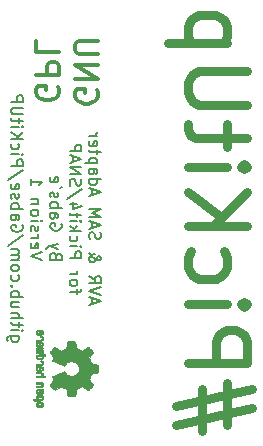
<source format=gbr>
%TF.GenerationSoftware,KiCad,Pcbnew,(5.1.7)-1*%
%TF.CreationDate,2020-11-29T11:25:41+01:00*%
%TF.ProjectId,PickitUp,5069636b-6974-4557-902e-6b696361645f,rev?*%
%TF.SameCoordinates,Original*%
%TF.FileFunction,Legend,Bot*%
%TF.FilePolarity,Positive*%
%FSLAX46Y46*%
G04 Gerber Fmt 4.6, Leading zero omitted, Abs format (unit mm)*
G04 Created by KiCad (PCBNEW (5.1.7)-1) date 2020-11-29 11:25:41*
%MOMM*%
%LPD*%
G01*
G04 APERTURE LIST*
%ADD10C,0.300000*%
%ADD11C,0.150000*%
%ADD12C,0.750000*%
%ADD13C,0.010000*%
G04 APERTURE END LIST*
D10*
X171941000Y-87169428D02*
X172036238Y-87359904D01*
X172036238Y-87645619D01*
X171941000Y-87931333D01*
X171750523Y-88121809D01*
X171560047Y-88217047D01*
X171179095Y-88312285D01*
X170893380Y-88312285D01*
X170512428Y-88217047D01*
X170321952Y-88121809D01*
X170131476Y-87931333D01*
X170036238Y-87645619D01*
X170036238Y-87455142D01*
X170131476Y-87169428D01*
X170226714Y-87074190D01*
X170893380Y-87074190D01*
X170893380Y-87455142D01*
X170036238Y-86217047D02*
X172036238Y-86217047D01*
X170036238Y-85074190D01*
X172036238Y-85074190D01*
X172036238Y-84121809D02*
X170417190Y-84121809D01*
X170226714Y-84026571D01*
X170131476Y-83931333D01*
X170036238Y-83740857D01*
X170036238Y-83359904D01*
X170131476Y-83169428D01*
X170226714Y-83074190D01*
X170417190Y-82978952D01*
X172036238Y-82978952D01*
X168641000Y-86883714D02*
X168736238Y-87074190D01*
X168736238Y-87359904D01*
X168641000Y-87645619D01*
X168450523Y-87836095D01*
X168260047Y-87931333D01*
X167879095Y-88026571D01*
X167593380Y-88026571D01*
X167212428Y-87931333D01*
X167021952Y-87836095D01*
X166831476Y-87645619D01*
X166736238Y-87359904D01*
X166736238Y-87169428D01*
X166831476Y-86883714D01*
X166926714Y-86788476D01*
X167593380Y-86788476D01*
X167593380Y-87169428D01*
X166736238Y-85931333D02*
X168736238Y-85931333D01*
X168736238Y-85169428D01*
X168641000Y-84978952D01*
X168545761Y-84883714D01*
X168355285Y-84788476D01*
X168069571Y-84788476D01*
X167879095Y-84883714D01*
X167783857Y-84978952D01*
X167688619Y-85169428D01*
X167688619Y-85931333D01*
X166736238Y-82978952D02*
X166736238Y-83931333D01*
X168736238Y-83931333D01*
D11*
X171535333Y-105258285D02*
X171535333Y-104782095D01*
X171249619Y-105353523D02*
X172249619Y-105020190D01*
X171249619Y-104686857D01*
X172249619Y-104496380D02*
X171249619Y-104163047D01*
X172249619Y-103829714D01*
X171249619Y-102924952D02*
X171725809Y-103258285D01*
X171249619Y-103496380D02*
X172249619Y-103496380D01*
X172249619Y-103115428D01*
X172202000Y-103020190D01*
X172154380Y-102972571D01*
X172059142Y-102924952D01*
X171916285Y-102924952D01*
X171821047Y-102972571D01*
X171773428Y-103020190D01*
X171725809Y-103115428D01*
X171725809Y-103496380D01*
X171249619Y-100924952D02*
X171249619Y-100972571D01*
X171297238Y-101067809D01*
X171440095Y-101210666D01*
X171725809Y-101448761D01*
X171868666Y-101544000D01*
X172011523Y-101591619D01*
X172106761Y-101591619D01*
X172202000Y-101544000D01*
X172249619Y-101448761D01*
X172249619Y-101401142D01*
X172202000Y-101305904D01*
X172106761Y-101258285D01*
X172059142Y-101258285D01*
X171963904Y-101305904D01*
X171916285Y-101353523D01*
X171725809Y-101639238D01*
X171678190Y-101686857D01*
X171582952Y-101734476D01*
X171440095Y-101734476D01*
X171344857Y-101686857D01*
X171297238Y-101639238D01*
X171249619Y-101544000D01*
X171249619Y-101401142D01*
X171297238Y-101305904D01*
X171344857Y-101258285D01*
X171535333Y-101115428D01*
X171678190Y-101067809D01*
X171773428Y-101067809D01*
X171297238Y-99782095D02*
X171249619Y-99639238D01*
X171249619Y-99401142D01*
X171297238Y-99305904D01*
X171344857Y-99258285D01*
X171440095Y-99210666D01*
X171535333Y-99210666D01*
X171630571Y-99258285D01*
X171678190Y-99305904D01*
X171725809Y-99401142D01*
X171773428Y-99591619D01*
X171821047Y-99686857D01*
X171868666Y-99734476D01*
X171963904Y-99782095D01*
X172059142Y-99782095D01*
X172154380Y-99734476D01*
X172202000Y-99686857D01*
X172249619Y-99591619D01*
X172249619Y-99353523D01*
X172202000Y-99210666D01*
X171535333Y-98829714D02*
X171535333Y-98353523D01*
X171249619Y-98924952D02*
X172249619Y-98591619D01*
X171249619Y-98258285D01*
X171249619Y-97924952D02*
X172249619Y-97924952D01*
X171535333Y-97591619D01*
X172249619Y-97258285D01*
X171249619Y-97258285D01*
X171535333Y-96067809D02*
X171535333Y-95591619D01*
X171249619Y-96163047D02*
X172249619Y-95829714D01*
X171249619Y-95496380D01*
X171249619Y-94734476D02*
X172249619Y-94734476D01*
X171297238Y-94734476D02*
X171249619Y-94829714D01*
X171249619Y-95020190D01*
X171297238Y-95115428D01*
X171344857Y-95163047D01*
X171440095Y-95210666D01*
X171725809Y-95210666D01*
X171821047Y-95163047D01*
X171868666Y-95115428D01*
X171916285Y-95020190D01*
X171916285Y-94829714D01*
X171868666Y-94734476D01*
X171249619Y-93829714D02*
X171773428Y-93829714D01*
X171868666Y-93877333D01*
X171916285Y-93972571D01*
X171916285Y-94163047D01*
X171868666Y-94258285D01*
X171297238Y-93829714D02*
X171249619Y-93924952D01*
X171249619Y-94163047D01*
X171297238Y-94258285D01*
X171392476Y-94305904D01*
X171487714Y-94305904D01*
X171582952Y-94258285D01*
X171630571Y-94163047D01*
X171630571Y-93924952D01*
X171678190Y-93829714D01*
X171916285Y-93353523D02*
X170916285Y-93353523D01*
X171868666Y-93353523D02*
X171916285Y-93258285D01*
X171916285Y-93067809D01*
X171868666Y-92972571D01*
X171821047Y-92924952D01*
X171725809Y-92877333D01*
X171440095Y-92877333D01*
X171344857Y-92924952D01*
X171297238Y-92972571D01*
X171249619Y-93067809D01*
X171249619Y-93258285D01*
X171297238Y-93353523D01*
X171916285Y-92591619D02*
X171916285Y-92210666D01*
X172249619Y-92448761D02*
X171392476Y-92448761D01*
X171297238Y-92401142D01*
X171249619Y-92305904D01*
X171249619Y-92210666D01*
X171297238Y-91496380D02*
X171249619Y-91591619D01*
X171249619Y-91782095D01*
X171297238Y-91877333D01*
X171392476Y-91924952D01*
X171773428Y-91924952D01*
X171868666Y-91877333D01*
X171916285Y-91782095D01*
X171916285Y-91591619D01*
X171868666Y-91496380D01*
X171773428Y-91448761D01*
X171678190Y-91448761D01*
X171582952Y-91924952D01*
X171249619Y-91020190D02*
X171916285Y-91020190D01*
X171725809Y-91020190D02*
X171821047Y-90972571D01*
X171868666Y-90924952D01*
X171916285Y-90829714D01*
X171916285Y-90734476D01*
X170266285Y-104401142D02*
X170266285Y-104020190D01*
X169599619Y-104258285D02*
X170456761Y-104258285D01*
X170552000Y-104210666D01*
X170599619Y-104115428D01*
X170599619Y-104020190D01*
X169599619Y-103544000D02*
X169647238Y-103639238D01*
X169694857Y-103686857D01*
X169790095Y-103734476D01*
X170075809Y-103734476D01*
X170171047Y-103686857D01*
X170218666Y-103639238D01*
X170266285Y-103544000D01*
X170266285Y-103401142D01*
X170218666Y-103305904D01*
X170171047Y-103258285D01*
X170075809Y-103210666D01*
X169790095Y-103210666D01*
X169694857Y-103258285D01*
X169647238Y-103305904D01*
X169599619Y-103401142D01*
X169599619Y-103544000D01*
X169599619Y-102782095D02*
X170266285Y-102782095D01*
X170075809Y-102782095D02*
X170171047Y-102734476D01*
X170218666Y-102686857D01*
X170266285Y-102591619D01*
X170266285Y-102496380D01*
X169599619Y-101401142D02*
X170599619Y-101401142D01*
X170599619Y-101020190D01*
X170552000Y-100924952D01*
X170504380Y-100877333D01*
X170409142Y-100829714D01*
X170266285Y-100829714D01*
X170171047Y-100877333D01*
X170123428Y-100924952D01*
X170075809Y-101020190D01*
X170075809Y-101401142D01*
X169599619Y-100401142D02*
X170266285Y-100401142D01*
X170599619Y-100401142D02*
X170552000Y-100448761D01*
X170504380Y-100401142D01*
X170552000Y-100353523D01*
X170599619Y-100401142D01*
X170504380Y-100401142D01*
X169647238Y-99496380D02*
X169599619Y-99591619D01*
X169599619Y-99782095D01*
X169647238Y-99877333D01*
X169694857Y-99924952D01*
X169790095Y-99972571D01*
X170075809Y-99972571D01*
X170171047Y-99924952D01*
X170218666Y-99877333D01*
X170266285Y-99782095D01*
X170266285Y-99591619D01*
X170218666Y-99496380D01*
X169599619Y-99067809D02*
X170599619Y-99067809D01*
X169980571Y-98972571D02*
X169599619Y-98686857D01*
X170266285Y-98686857D02*
X169885333Y-99067809D01*
X169599619Y-98258285D02*
X170266285Y-98258285D01*
X170599619Y-98258285D02*
X170552000Y-98305904D01*
X170504380Y-98258285D01*
X170552000Y-98210666D01*
X170599619Y-98258285D01*
X170504380Y-98258285D01*
X170266285Y-97924952D02*
X170266285Y-97544000D01*
X170599619Y-97782095D02*
X169742476Y-97782095D01*
X169647238Y-97734476D01*
X169599619Y-97639238D01*
X169599619Y-97544000D01*
X170266285Y-96782095D02*
X169599619Y-96782095D01*
X170647238Y-97020190D02*
X169932952Y-97258285D01*
X169932952Y-96639238D01*
X170647238Y-95544000D02*
X169361523Y-96401142D01*
X169647238Y-95258285D02*
X169599619Y-95115428D01*
X169599619Y-94877333D01*
X169647238Y-94782095D01*
X169694857Y-94734476D01*
X169790095Y-94686857D01*
X169885333Y-94686857D01*
X169980571Y-94734476D01*
X170028190Y-94782095D01*
X170075809Y-94877333D01*
X170123428Y-95067809D01*
X170171047Y-95163047D01*
X170218666Y-95210666D01*
X170313904Y-95258285D01*
X170409142Y-95258285D01*
X170504380Y-95210666D01*
X170552000Y-95163047D01*
X170599619Y-95067809D01*
X170599619Y-94829714D01*
X170552000Y-94686857D01*
X169599619Y-94258285D02*
X170599619Y-94258285D01*
X169599619Y-93686857D01*
X170599619Y-93686857D01*
X169885333Y-93258285D02*
X169885333Y-92782095D01*
X169599619Y-93353523D02*
X170599619Y-93020190D01*
X169599619Y-92686857D01*
X169599619Y-92353523D02*
X170599619Y-92353523D01*
X170599619Y-91972571D01*
X170552000Y-91877333D01*
X170504380Y-91829714D01*
X170409142Y-91782095D01*
X170266285Y-91782095D01*
X170171047Y-91829714D01*
X170123428Y-91877333D01*
X170075809Y-91972571D01*
X170075809Y-92353523D01*
X168473428Y-101210666D02*
X168425809Y-101067809D01*
X168378190Y-101020190D01*
X168282952Y-100972571D01*
X168140095Y-100972571D01*
X168044857Y-101020190D01*
X167997238Y-101067809D01*
X167949619Y-101163047D01*
X167949619Y-101544000D01*
X168949619Y-101544000D01*
X168949619Y-101210666D01*
X168902000Y-101115428D01*
X168854380Y-101067809D01*
X168759142Y-101020190D01*
X168663904Y-101020190D01*
X168568666Y-101067809D01*
X168521047Y-101115428D01*
X168473428Y-101210666D01*
X168473428Y-101544000D01*
X168616285Y-100639238D02*
X167949619Y-100401142D01*
X168616285Y-100163047D02*
X167949619Y-100401142D01*
X167711523Y-100496380D01*
X167663904Y-100544000D01*
X167616285Y-100639238D01*
X168902000Y-98496380D02*
X168949619Y-98591619D01*
X168949619Y-98734476D01*
X168902000Y-98877333D01*
X168806761Y-98972571D01*
X168711523Y-99020190D01*
X168521047Y-99067809D01*
X168378190Y-99067809D01*
X168187714Y-99020190D01*
X168092476Y-98972571D01*
X167997238Y-98877333D01*
X167949619Y-98734476D01*
X167949619Y-98639238D01*
X167997238Y-98496380D01*
X168044857Y-98448761D01*
X168378190Y-98448761D01*
X168378190Y-98639238D01*
X167949619Y-97591619D02*
X168473428Y-97591619D01*
X168568666Y-97639238D01*
X168616285Y-97734476D01*
X168616285Y-97924952D01*
X168568666Y-98020190D01*
X167997238Y-97591619D02*
X167949619Y-97686857D01*
X167949619Y-97924952D01*
X167997238Y-98020190D01*
X168092476Y-98067809D01*
X168187714Y-98067809D01*
X168282952Y-98020190D01*
X168330571Y-97924952D01*
X168330571Y-97686857D01*
X168378190Y-97591619D01*
X167949619Y-97115428D02*
X168949619Y-97115428D01*
X168568666Y-97115428D02*
X168616285Y-97020190D01*
X168616285Y-96829714D01*
X168568666Y-96734476D01*
X168521047Y-96686857D01*
X168425809Y-96639238D01*
X168140095Y-96639238D01*
X168044857Y-96686857D01*
X167997238Y-96734476D01*
X167949619Y-96829714D01*
X167949619Y-97020190D01*
X167997238Y-97115428D01*
X167997238Y-96258285D02*
X167949619Y-96163047D01*
X167949619Y-95972571D01*
X167997238Y-95877333D01*
X168092476Y-95829714D01*
X168140095Y-95829714D01*
X168235333Y-95877333D01*
X168282952Y-95972571D01*
X168282952Y-96115428D01*
X168330571Y-96210666D01*
X168425809Y-96258285D01*
X168473428Y-96258285D01*
X168568666Y-96210666D01*
X168616285Y-96115428D01*
X168616285Y-95972571D01*
X168568666Y-95877333D01*
X168949619Y-95353523D02*
X168759142Y-95448761D01*
X167997238Y-94544000D02*
X167949619Y-94639238D01*
X167949619Y-94829714D01*
X167997238Y-94924952D01*
X168092476Y-94972571D01*
X168473428Y-94972571D01*
X168568666Y-94924952D01*
X168616285Y-94829714D01*
X168616285Y-94639238D01*
X168568666Y-94544000D01*
X168473428Y-94496380D01*
X168378190Y-94496380D01*
X168282952Y-94972571D01*
X167299619Y-101520190D02*
X166299619Y-101186857D01*
X167299619Y-100853523D01*
X166347238Y-100139238D02*
X166299619Y-100234476D01*
X166299619Y-100424952D01*
X166347238Y-100520190D01*
X166442476Y-100567809D01*
X166823428Y-100567809D01*
X166918666Y-100520190D01*
X166966285Y-100424952D01*
X166966285Y-100234476D01*
X166918666Y-100139238D01*
X166823428Y-100091619D01*
X166728190Y-100091619D01*
X166632952Y-100567809D01*
X166299619Y-99663047D02*
X166966285Y-99663047D01*
X166775809Y-99663047D02*
X166871047Y-99615428D01*
X166918666Y-99567809D01*
X166966285Y-99472571D01*
X166966285Y-99377333D01*
X166347238Y-99091619D02*
X166299619Y-98996380D01*
X166299619Y-98805904D01*
X166347238Y-98710666D01*
X166442476Y-98663047D01*
X166490095Y-98663047D01*
X166585333Y-98710666D01*
X166632952Y-98805904D01*
X166632952Y-98948761D01*
X166680571Y-99044000D01*
X166775809Y-99091619D01*
X166823428Y-99091619D01*
X166918666Y-99044000D01*
X166966285Y-98948761D01*
X166966285Y-98805904D01*
X166918666Y-98710666D01*
X166299619Y-98234476D02*
X166966285Y-98234476D01*
X167299619Y-98234476D02*
X167252000Y-98282095D01*
X167204380Y-98234476D01*
X167252000Y-98186857D01*
X167299619Y-98234476D01*
X167204380Y-98234476D01*
X166299619Y-97615428D02*
X166347238Y-97710666D01*
X166394857Y-97758285D01*
X166490095Y-97805904D01*
X166775809Y-97805904D01*
X166871047Y-97758285D01*
X166918666Y-97710666D01*
X166966285Y-97615428D01*
X166966285Y-97472571D01*
X166918666Y-97377333D01*
X166871047Y-97329714D01*
X166775809Y-97282095D01*
X166490095Y-97282095D01*
X166394857Y-97329714D01*
X166347238Y-97377333D01*
X166299619Y-97472571D01*
X166299619Y-97615428D01*
X166966285Y-96853523D02*
X166299619Y-96853523D01*
X166871047Y-96853523D02*
X166918666Y-96805904D01*
X166966285Y-96710666D01*
X166966285Y-96567809D01*
X166918666Y-96472571D01*
X166823428Y-96424952D01*
X166299619Y-96424952D01*
X166299619Y-94663047D02*
X166299619Y-95234476D01*
X166299619Y-94948761D02*
X167299619Y-94948761D01*
X167156761Y-95044000D01*
X167061523Y-95139238D01*
X167013904Y-95234476D01*
X165316285Y-107996380D02*
X164506761Y-107996380D01*
X164411523Y-108044000D01*
X164363904Y-108091619D01*
X164316285Y-108186857D01*
X164316285Y-108329714D01*
X164363904Y-108424952D01*
X164697238Y-107996380D02*
X164649619Y-108091619D01*
X164649619Y-108282095D01*
X164697238Y-108377333D01*
X164744857Y-108424952D01*
X164840095Y-108472571D01*
X165125809Y-108472571D01*
X165221047Y-108424952D01*
X165268666Y-108377333D01*
X165316285Y-108282095D01*
X165316285Y-108091619D01*
X165268666Y-107996380D01*
X164649619Y-107520190D02*
X165316285Y-107520190D01*
X165649619Y-107520190D02*
X165602000Y-107567809D01*
X165554380Y-107520190D01*
X165602000Y-107472571D01*
X165649619Y-107520190D01*
X165554380Y-107520190D01*
X165316285Y-107186857D02*
X165316285Y-106805904D01*
X165649619Y-107044000D02*
X164792476Y-107044000D01*
X164697238Y-106996380D01*
X164649619Y-106901142D01*
X164649619Y-106805904D01*
X164649619Y-106472571D02*
X165649619Y-106472571D01*
X164649619Y-106044000D02*
X165173428Y-106044000D01*
X165268666Y-106091619D01*
X165316285Y-106186857D01*
X165316285Y-106329714D01*
X165268666Y-106424952D01*
X165221047Y-106472571D01*
X165316285Y-105139238D02*
X164649619Y-105139238D01*
X165316285Y-105567809D02*
X164792476Y-105567809D01*
X164697238Y-105520190D01*
X164649619Y-105424952D01*
X164649619Y-105282095D01*
X164697238Y-105186857D01*
X164744857Y-105139238D01*
X164649619Y-104663047D02*
X165649619Y-104663047D01*
X165268666Y-104663047D02*
X165316285Y-104567809D01*
X165316285Y-104377333D01*
X165268666Y-104282095D01*
X165221047Y-104234476D01*
X165125809Y-104186857D01*
X164840095Y-104186857D01*
X164744857Y-104234476D01*
X164697238Y-104282095D01*
X164649619Y-104377333D01*
X164649619Y-104567809D01*
X164697238Y-104663047D01*
X164744857Y-103758285D02*
X164697238Y-103710666D01*
X164649619Y-103758285D01*
X164697238Y-103805904D01*
X164744857Y-103758285D01*
X164649619Y-103758285D01*
X164697238Y-102853523D02*
X164649619Y-102948761D01*
X164649619Y-103139238D01*
X164697238Y-103234476D01*
X164744857Y-103282095D01*
X164840095Y-103329714D01*
X165125809Y-103329714D01*
X165221047Y-103282095D01*
X165268666Y-103234476D01*
X165316285Y-103139238D01*
X165316285Y-102948761D01*
X165268666Y-102853523D01*
X164649619Y-102282095D02*
X164697238Y-102377333D01*
X164744857Y-102424952D01*
X164840095Y-102472571D01*
X165125809Y-102472571D01*
X165221047Y-102424952D01*
X165268666Y-102377333D01*
X165316285Y-102282095D01*
X165316285Y-102139238D01*
X165268666Y-102044000D01*
X165221047Y-101996380D01*
X165125809Y-101948761D01*
X164840095Y-101948761D01*
X164744857Y-101996380D01*
X164697238Y-102044000D01*
X164649619Y-102139238D01*
X164649619Y-102282095D01*
X164649619Y-101520190D02*
X165316285Y-101520190D01*
X165221047Y-101520190D02*
X165268666Y-101472571D01*
X165316285Y-101377333D01*
X165316285Y-101234476D01*
X165268666Y-101139238D01*
X165173428Y-101091619D01*
X164649619Y-101091619D01*
X165173428Y-101091619D02*
X165268666Y-101044000D01*
X165316285Y-100948761D01*
X165316285Y-100805904D01*
X165268666Y-100710666D01*
X165173428Y-100663047D01*
X164649619Y-100663047D01*
X165697238Y-99472571D02*
X164411523Y-100329714D01*
X165602000Y-98615428D02*
X165649619Y-98710666D01*
X165649619Y-98853523D01*
X165602000Y-98996380D01*
X165506761Y-99091619D01*
X165411523Y-99139238D01*
X165221047Y-99186857D01*
X165078190Y-99186857D01*
X164887714Y-99139238D01*
X164792476Y-99091619D01*
X164697238Y-98996380D01*
X164649619Y-98853523D01*
X164649619Y-98758285D01*
X164697238Y-98615428D01*
X164744857Y-98567809D01*
X165078190Y-98567809D01*
X165078190Y-98758285D01*
X164649619Y-97710666D02*
X165173428Y-97710666D01*
X165268666Y-97758285D01*
X165316285Y-97853523D01*
X165316285Y-98044000D01*
X165268666Y-98139238D01*
X164697238Y-97710666D02*
X164649619Y-97805904D01*
X164649619Y-98044000D01*
X164697238Y-98139238D01*
X164792476Y-98186857D01*
X164887714Y-98186857D01*
X164982952Y-98139238D01*
X165030571Y-98044000D01*
X165030571Y-97805904D01*
X165078190Y-97710666D01*
X164649619Y-97234476D02*
X165649619Y-97234476D01*
X165268666Y-97234476D02*
X165316285Y-97139238D01*
X165316285Y-96948761D01*
X165268666Y-96853523D01*
X165221047Y-96805904D01*
X165125809Y-96758285D01*
X164840095Y-96758285D01*
X164744857Y-96805904D01*
X164697238Y-96853523D01*
X164649619Y-96948761D01*
X164649619Y-97139238D01*
X164697238Y-97234476D01*
X164697238Y-96377333D02*
X164649619Y-96282095D01*
X164649619Y-96091619D01*
X164697238Y-95996380D01*
X164792476Y-95948761D01*
X164840095Y-95948761D01*
X164935333Y-95996380D01*
X164982952Y-96091619D01*
X164982952Y-96234476D01*
X165030571Y-96329714D01*
X165125809Y-96377333D01*
X165173428Y-96377333D01*
X165268666Y-96329714D01*
X165316285Y-96234476D01*
X165316285Y-96091619D01*
X165268666Y-95996380D01*
X164697238Y-95139238D02*
X164649619Y-95234476D01*
X164649619Y-95424952D01*
X164697238Y-95520190D01*
X164792476Y-95567809D01*
X165173428Y-95567809D01*
X165268666Y-95520190D01*
X165316285Y-95424952D01*
X165316285Y-95234476D01*
X165268666Y-95139238D01*
X165173428Y-95091619D01*
X165078190Y-95091619D01*
X164982952Y-95567809D01*
X165697238Y-93948761D02*
X164411523Y-94805904D01*
X164649619Y-93615428D02*
X165649619Y-93615428D01*
X165649619Y-93234476D01*
X165602000Y-93139238D01*
X165554380Y-93091619D01*
X165459142Y-93044000D01*
X165316285Y-93044000D01*
X165221047Y-93091619D01*
X165173428Y-93139238D01*
X165125809Y-93234476D01*
X165125809Y-93615428D01*
X164649619Y-92615428D02*
X165316285Y-92615428D01*
X165649619Y-92615428D02*
X165602000Y-92663047D01*
X165554380Y-92615428D01*
X165602000Y-92567809D01*
X165649619Y-92615428D01*
X165554380Y-92615428D01*
X164697238Y-91710666D02*
X164649619Y-91805904D01*
X164649619Y-91996380D01*
X164697238Y-92091619D01*
X164744857Y-92139238D01*
X164840095Y-92186857D01*
X165125809Y-92186857D01*
X165221047Y-92139238D01*
X165268666Y-92091619D01*
X165316285Y-91996380D01*
X165316285Y-91805904D01*
X165268666Y-91710666D01*
X164649619Y-91282095D02*
X165649619Y-91282095D01*
X164649619Y-90710666D02*
X165221047Y-91139238D01*
X165649619Y-90710666D02*
X165078190Y-91282095D01*
X164649619Y-90282095D02*
X165316285Y-90282095D01*
X165649619Y-90282095D02*
X165602000Y-90329714D01*
X165554380Y-90282095D01*
X165602000Y-90234476D01*
X165649619Y-90282095D01*
X165554380Y-90282095D01*
X165316285Y-89948761D02*
X165316285Y-89567809D01*
X165649619Y-89805904D02*
X164792476Y-89805904D01*
X164697238Y-89758285D01*
X164649619Y-89663047D01*
X164649619Y-89567809D01*
X165649619Y-89234476D02*
X164840095Y-89234476D01*
X164744857Y-89186857D01*
X164697238Y-89139238D01*
X164649619Y-89044000D01*
X164649619Y-88853523D01*
X164697238Y-88758285D01*
X164744857Y-88710666D01*
X164840095Y-88663047D01*
X165649619Y-88663047D01*
X164649619Y-88186857D02*
X165649619Y-88186857D01*
X165649619Y-87805904D01*
X165602000Y-87710666D01*
X165554380Y-87663047D01*
X165459142Y-87615428D01*
X165316285Y-87615428D01*
X165221047Y-87663047D01*
X165173428Y-87710666D01*
X165125809Y-87805904D01*
X165125809Y-88186857D01*
D12*
X182935428Y-115551952D02*
X182935428Y-111980523D01*
X185078285Y-114123380D02*
X178649714Y-115551952D01*
X180792571Y-112456714D02*
X180792571Y-116028142D01*
X178649714Y-113885285D02*
X185078285Y-112456714D01*
X179602095Y-110313857D02*
X184602095Y-110313857D01*
X184602095Y-108409095D01*
X184364000Y-107932904D01*
X184125904Y-107694809D01*
X183649714Y-107456714D01*
X182935428Y-107456714D01*
X182459238Y-107694809D01*
X182221142Y-107932904D01*
X181983047Y-108409095D01*
X181983047Y-110313857D01*
X179602095Y-105313857D02*
X182935428Y-105313857D01*
X184602095Y-105313857D02*
X184364000Y-105551952D01*
X184125904Y-105313857D01*
X184364000Y-105075761D01*
X184602095Y-105313857D01*
X184125904Y-105313857D01*
X179840190Y-100790047D02*
X179602095Y-101266238D01*
X179602095Y-102218619D01*
X179840190Y-102694809D01*
X180078285Y-102932904D01*
X180554476Y-103171000D01*
X181983047Y-103171000D01*
X182459238Y-102932904D01*
X182697333Y-102694809D01*
X182935428Y-102218619D01*
X182935428Y-101266238D01*
X182697333Y-100790047D01*
X179602095Y-98647190D02*
X184602095Y-98647190D01*
X179602095Y-95790047D02*
X182459238Y-97932904D01*
X184602095Y-95790047D02*
X181744952Y-98647190D01*
X179602095Y-93647190D02*
X182935428Y-93647190D01*
X184602095Y-93647190D02*
X184364000Y-93885285D01*
X184125904Y-93647190D01*
X184364000Y-93409095D01*
X184602095Y-93647190D01*
X184125904Y-93647190D01*
X182935428Y-91980523D02*
X182935428Y-90075761D01*
X184602095Y-91266238D02*
X180316380Y-91266238D01*
X179840190Y-91028142D01*
X179602095Y-90551952D01*
X179602095Y-90075761D01*
X184602095Y-88409095D02*
X180554476Y-88409095D01*
X180078285Y-88171000D01*
X179840190Y-87932904D01*
X179602095Y-87456714D01*
X179602095Y-86504333D01*
X179840190Y-86028142D01*
X180078285Y-85790047D01*
X180554476Y-85551952D01*
X184602095Y-85551952D01*
X182935428Y-83171000D02*
X177935428Y-83171000D01*
X182697333Y-83171000D02*
X182935428Y-82694809D01*
X182935428Y-81742428D01*
X182697333Y-81266238D01*
X182459238Y-81028142D01*
X181983047Y-80790047D01*
X180554476Y-80790047D01*
X180078285Y-81028142D01*
X179840190Y-81266238D01*
X179602095Y-81742428D01*
X179602095Y-82694809D01*
X179840190Y-83171000D01*
D13*
%TO.C,REF\u002A\u002A*%
G36*
X172048652Y-110640090D02*
G01*
X172048222Y-110561546D01*
X172047058Y-110504702D01*
X172044793Y-110465895D01*
X172041060Y-110441462D01*
X172035494Y-110427738D01*
X172027727Y-110421060D01*
X172017395Y-110417764D01*
X172016057Y-110417444D01*
X171991921Y-110412438D01*
X171944299Y-110403171D01*
X171878259Y-110390608D01*
X171798872Y-110375713D01*
X171711204Y-110359449D01*
X171708125Y-110358881D01*
X171622211Y-110342590D01*
X171546304Y-110327348D01*
X171484955Y-110314139D01*
X171442718Y-110303946D01*
X171424145Y-110297752D01*
X171423816Y-110297457D01*
X171414747Y-110279212D01*
X171399633Y-110241595D01*
X171381738Y-110192729D01*
X171381642Y-110192457D01*
X171358507Y-110130907D01*
X171329035Y-110058343D01*
X171299403Y-109989943D01*
X171297938Y-109986706D01*
X171247374Y-109875298D01*
X171415840Y-109628601D01*
X171467197Y-109552923D01*
X171513111Y-109484369D01*
X171550970Y-109426912D01*
X171578163Y-109384524D01*
X171592079Y-109361175D01*
X171593111Y-109358958D01*
X171588516Y-109341990D01*
X171566345Y-109310299D01*
X171525553Y-109262648D01*
X171465095Y-109197802D01*
X171400773Y-109131603D01*
X171337388Y-109067786D01*
X171279549Y-109010671D01*
X171230825Y-108963695D01*
X171194790Y-108930297D01*
X171175016Y-108913915D01*
X171173998Y-108913306D01*
X171160428Y-108911495D01*
X171138267Y-108918317D01*
X171104522Y-108935460D01*
X171056200Y-108964607D01*
X170990308Y-109007445D01*
X170905483Y-109064552D01*
X170830823Y-109115234D01*
X170763860Y-109160539D01*
X170708484Y-109197850D01*
X170668580Y-109224548D01*
X170648038Y-109238015D01*
X170646644Y-109238863D01*
X170626962Y-109237219D01*
X170588707Y-109224755D01*
X170539111Y-109203952D01*
X170523272Y-109196538D01*
X170452710Y-109164186D01*
X170372647Y-109129672D01*
X170303371Y-109101635D01*
X170251955Y-109081432D01*
X170212881Y-109065385D01*
X170192459Y-109056112D01*
X170190886Y-109054959D01*
X170188279Y-109037904D01*
X170181137Y-108997702D01*
X170170477Y-108939698D01*
X170157315Y-108869237D01*
X170142667Y-108791665D01*
X170127551Y-108712328D01*
X170112982Y-108636569D01*
X170099978Y-108569736D01*
X170089555Y-108517172D01*
X170082730Y-108484224D01*
X170080801Y-108476143D01*
X170076038Y-108467795D01*
X170065282Y-108461494D01*
X170044902Y-108456955D01*
X170011266Y-108453896D01*
X169960745Y-108452033D01*
X169889708Y-108451082D01*
X169794524Y-108450760D01*
X169755508Y-108450743D01*
X169438201Y-108450743D01*
X169423161Y-108526943D01*
X169415005Y-108569337D01*
X169403101Y-108632600D01*
X169388884Y-108709038D01*
X169373790Y-108790957D01*
X169369645Y-108813600D01*
X169354947Y-108889194D01*
X169340495Y-108955047D01*
X169327625Y-109005634D01*
X169317678Y-109035426D01*
X169314713Y-109040388D01*
X169293717Y-109052574D01*
X169253033Y-109070047D01*
X169200678Y-109089423D01*
X169189400Y-109093266D01*
X169119477Y-109118661D01*
X169040582Y-109150183D01*
X168969734Y-109181031D01*
X168969405Y-109181183D01*
X168858267Y-109232553D01*
X168609747Y-109063601D01*
X168361228Y-108894648D01*
X168143942Y-109111571D01*
X168079274Y-109177181D01*
X168022267Y-109237021D01*
X167975967Y-109287733D01*
X167943416Y-109325954D01*
X167927657Y-109348325D01*
X167926657Y-109351534D01*
X167934531Y-109370374D01*
X167956422Y-109408820D01*
X167989733Y-109462670D01*
X168031869Y-109527724D01*
X168079057Y-109598060D01*
X168127190Y-109669445D01*
X168169072Y-109733092D01*
X168202129Y-109784959D01*
X168223782Y-109821005D01*
X168231457Y-109837133D01*
X168224963Y-109856811D01*
X168207850Y-109894125D01*
X168183674Y-109941379D01*
X168180987Y-109946388D01*
X168149073Y-110010023D01*
X168133421Y-110053659D01*
X168133255Y-110080798D01*
X168147796Y-110094943D01*
X168148000Y-110095025D01*
X168165221Y-110102095D01*
X168206101Y-110118958D01*
X168267475Y-110144305D01*
X168346181Y-110176829D01*
X168439053Y-110215222D01*
X168542928Y-110258178D01*
X168643498Y-110299778D01*
X168754484Y-110345496D01*
X168857297Y-110387474D01*
X168948785Y-110424452D01*
X169025799Y-110455173D01*
X169085185Y-110478378D01*
X169123791Y-110492810D01*
X169138200Y-110497257D01*
X169154728Y-110486104D01*
X169181070Y-110456931D01*
X169210113Y-110418029D01*
X169301961Y-110307243D01*
X169407241Y-110220649D01*
X169523734Y-110159284D01*
X169649224Y-110124185D01*
X169781493Y-110116392D01*
X169842543Y-110122057D01*
X169969205Y-110152922D01*
X170081059Y-110206080D01*
X170176999Y-110278233D01*
X170255924Y-110366083D01*
X170316730Y-110466335D01*
X170358313Y-110575690D01*
X170379572Y-110690853D01*
X170379401Y-110808525D01*
X170356699Y-110925410D01*
X170310362Y-111038211D01*
X170239287Y-111143631D01*
X170199089Y-111187632D01*
X170095871Y-111272021D01*
X169983075Y-111330778D01*
X169863990Y-111364296D01*
X169741905Y-111372965D01*
X169620107Y-111357177D01*
X169501884Y-111317322D01*
X169390525Y-111253793D01*
X169289316Y-111166979D01*
X169210113Y-111069971D01*
X169179838Y-111029563D01*
X169153781Y-111001018D01*
X169138175Y-110990743D01*
X169121157Y-110996123D01*
X169080500Y-111011425D01*
X169019358Y-111035388D01*
X168940881Y-111066756D01*
X168848220Y-111104268D01*
X168744528Y-111146667D01*
X168643474Y-111188337D01*
X168532393Y-111234310D01*
X168429459Y-111276893D01*
X168337835Y-111314779D01*
X168260684Y-111346660D01*
X168201169Y-111371229D01*
X168162456Y-111387180D01*
X168148000Y-111393090D01*
X168133315Y-111407052D01*
X168133358Y-111434060D01*
X168148901Y-111477587D01*
X168180716Y-111541110D01*
X168180987Y-111541612D01*
X168205677Y-111589440D01*
X168223662Y-111628103D01*
X168231386Y-111649905D01*
X168231457Y-111650867D01*
X168223622Y-111667279D01*
X168201835Y-111703513D01*
X168168672Y-111755526D01*
X168126709Y-111819275D01*
X168079057Y-111889940D01*
X168030809Y-111961884D01*
X167988849Y-112026726D01*
X167955773Y-112080265D01*
X167934179Y-112118303D01*
X167926657Y-112136467D01*
X167936543Y-112153192D01*
X167964174Y-112186820D01*
X168006505Y-112233990D01*
X168060495Y-112291342D01*
X168123101Y-112355516D01*
X168144017Y-112376503D01*
X168361377Y-112593501D01*
X168603780Y-112428332D01*
X168678219Y-112378136D01*
X168745028Y-112334081D01*
X168800335Y-112298638D01*
X168840271Y-112274281D01*
X168860964Y-112263478D01*
X168862437Y-112263162D01*
X168881942Y-112268857D01*
X168921178Y-112284174D01*
X168973570Y-112306463D01*
X169008645Y-112322107D01*
X169075799Y-112351359D01*
X169143642Y-112378906D01*
X169200966Y-112400263D01*
X169218428Y-112406065D01*
X169265062Y-112422548D01*
X169301095Y-112438660D01*
X169314713Y-112447510D01*
X169323048Y-112467040D01*
X169334863Y-112509666D01*
X169348819Y-112569855D01*
X169363578Y-112642078D01*
X169369645Y-112674400D01*
X169384727Y-112756478D01*
X169399331Y-112835205D01*
X169412020Y-112902891D01*
X169421358Y-112951840D01*
X169423161Y-112961057D01*
X169438201Y-113037257D01*
X169755508Y-113037257D01*
X169859846Y-113037086D01*
X169938787Y-113036384D01*
X169995962Y-113034866D01*
X170035001Y-113032251D01*
X170059535Y-113028254D01*
X170073195Y-113022591D01*
X170079611Y-113014980D01*
X170080801Y-113011857D01*
X170085020Y-112993022D01*
X170093438Y-112951412D01*
X170105039Y-112892370D01*
X170118805Y-112821243D01*
X170133720Y-112743375D01*
X170148768Y-112664113D01*
X170162931Y-112588802D01*
X170175194Y-112522787D01*
X170184539Y-112471413D01*
X170189950Y-112440025D01*
X170190886Y-112433041D01*
X170203404Y-112426715D01*
X170236754Y-112412710D01*
X170284623Y-112393645D01*
X170303371Y-112386366D01*
X170375805Y-112357004D01*
X170455830Y-112322429D01*
X170523272Y-112291463D01*
X170574841Y-112268677D01*
X170617215Y-112253518D01*
X170643166Y-112248458D01*
X170646644Y-112249264D01*
X170663064Y-112259959D01*
X170699583Y-112284380D01*
X170752313Y-112319905D01*
X170817365Y-112363913D01*
X170890849Y-112413783D01*
X170905355Y-112423644D01*
X170991296Y-112481508D01*
X171056739Y-112524044D01*
X171104696Y-112552946D01*
X171138180Y-112569910D01*
X171160205Y-112576633D01*
X171173783Y-112574810D01*
X171173869Y-112574764D01*
X171191703Y-112560414D01*
X171226183Y-112528677D01*
X171273732Y-112482990D01*
X171330778Y-112426796D01*
X171393745Y-112363532D01*
X171400773Y-112356398D01*
X171477980Y-112276670D01*
X171534670Y-112215143D01*
X171571890Y-112170579D01*
X171590685Y-112141743D01*
X171593111Y-112129042D01*
X171582529Y-112110506D01*
X171558084Y-112072039D01*
X171522388Y-112017614D01*
X171478053Y-111951202D01*
X171427689Y-111876775D01*
X171415840Y-111859399D01*
X171247374Y-111612703D01*
X171297938Y-111501294D01*
X171327405Y-111433543D01*
X171357041Y-111360817D01*
X171380670Y-111298297D01*
X171381642Y-111295543D01*
X171399543Y-111246640D01*
X171414680Y-111208943D01*
X171423790Y-111190575D01*
X171423816Y-111190544D01*
X171440283Y-111184715D01*
X171480781Y-111174808D01*
X171540758Y-111161805D01*
X171615660Y-111146691D01*
X171700936Y-111130448D01*
X171708125Y-111129119D01*
X171795986Y-111112825D01*
X171875740Y-111097867D01*
X171942319Y-111085209D01*
X171990653Y-111075814D01*
X172015675Y-111070646D01*
X172016057Y-111070556D01*
X172026701Y-111067411D01*
X172034738Y-111061296D01*
X172040533Y-111048547D01*
X172044453Y-111025500D01*
X172046865Y-110988491D01*
X172048135Y-110933856D01*
X172048629Y-110857933D01*
X172048714Y-110757056D01*
X172048714Y-110744000D01*
X172048652Y-110640090D01*
G37*
X172048652Y-110640090D02*
X172048222Y-110561546D01*
X172047058Y-110504702D01*
X172044793Y-110465895D01*
X172041060Y-110441462D01*
X172035494Y-110427738D01*
X172027727Y-110421060D01*
X172017395Y-110417764D01*
X172016057Y-110417444D01*
X171991921Y-110412438D01*
X171944299Y-110403171D01*
X171878259Y-110390608D01*
X171798872Y-110375713D01*
X171711204Y-110359449D01*
X171708125Y-110358881D01*
X171622211Y-110342590D01*
X171546304Y-110327348D01*
X171484955Y-110314139D01*
X171442718Y-110303946D01*
X171424145Y-110297752D01*
X171423816Y-110297457D01*
X171414747Y-110279212D01*
X171399633Y-110241595D01*
X171381738Y-110192729D01*
X171381642Y-110192457D01*
X171358507Y-110130907D01*
X171329035Y-110058343D01*
X171299403Y-109989943D01*
X171297938Y-109986706D01*
X171247374Y-109875298D01*
X171415840Y-109628601D01*
X171467197Y-109552923D01*
X171513111Y-109484369D01*
X171550970Y-109426912D01*
X171578163Y-109384524D01*
X171592079Y-109361175D01*
X171593111Y-109358958D01*
X171588516Y-109341990D01*
X171566345Y-109310299D01*
X171525553Y-109262648D01*
X171465095Y-109197802D01*
X171400773Y-109131603D01*
X171337388Y-109067786D01*
X171279549Y-109010671D01*
X171230825Y-108963695D01*
X171194790Y-108930297D01*
X171175016Y-108913915D01*
X171173998Y-108913306D01*
X171160428Y-108911495D01*
X171138267Y-108918317D01*
X171104522Y-108935460D01*
X171056200Y-108964607D01*
X170990308Y-109007445D01*
X170905483Y-109064552D01*
X170830823Y-109115234D01*
X170763860Y-109160539D01*
X170708484Y-109197850D01*
X170668580Y-109224548D01*
X170648038Y-109238015D01*
X170646644Y-109238863D01*
X170626962Y-109237219D01*
X170588707Y-109224755D01*
X170539111Y-109203952D01*
X170523272Y-109196538D01*
X170452710Y-109164186D01*
X170372647Y-109129672D01*
X170303371Y-109101635D01*
X170251955Y-109081432D01*
X170212881Y-109065385D01*
X170192459Y-109056112D01*
X170190886Y-109054959D01*
X170188279Y-109037904D01*
X170181137Y-108997702D01*
X170170477Y-108939698D01*
X170157315Y-108869237D01*
X170142667Y-108791665D01*
X170127551Y-108712328D01*
X170112982Y-108636569D01*
X170099978Y-108569736D01*
X170089555Y-108517172D01*
X170082730Y-108484224D01*
X170080801Y-108476143D01*
X170076038Y-108467795D01*
X170065282Y-108461494D01*
X170044902Y-108456955D01*
X170011266Y-108453896D01*
X169960745Y-108452033D01*
X169889708Y-108451082D01*
X169794524Y-108450760D01*
X169755508Y-108450743D01*
X169438201Y-108450743D01*
X169423161Y-108526943D01*
X169415005Y-108569337D01*
X169403101Y-108632600D01*
X169388884Y-108709038D01*
X169373790Y-108790957D01*
X169369645Y-108813600D01*
X169354947Y-108889194D01*
X169340495Y-108955047D01*
X169327625Y-109005634D01*
X169317678Y-109035426D01*
X169314713Y-109040388D01*
X169293717Y-109052574D01*
X169253033Y-109070047D01*
X169200678Y-109089423D01*
X169189400Y-109093266D01*
X169119477Y-109118661D01*
X169040582Y-109150183D01*
X168969734Y-109181031D01*
X168969405Y-109181183D01*
X168858267Y-109232553D01*
X168609747Y-109063601D01*
X168361228Y-108894648D01*
X168143942Y-109111571D01*
X168079274Y-109177181D01*
X168022267Y-109237021D01*
X167975967Y-109287733D01*
X167943416Y-109325954D01*
X167927657Y-109348325D01*
X167926657Y-109351534D01*
X167934531Y-109370374D01*
X167956422Y-109408820D01*
X167989733Y-109462670D01*
X168031869Y-109527724D01*
X168079057Y-109598060D01*
X168127190Y-109669445D01*
X168169072Y-109733092D01*
X168202129Y-109784959D01*
X168223782Y-109821005D01*
X168231457Y-109837133D01*
X168224963Y-109856811D01*
X168207850Y-109894125D01*
X168183674Y-109941379D01*
X168180987Y-109946388D01*
X168149073Y-110010023D01*
X168133421Y-110053659D01*
X168133255Y-110080798D01*
X168147796Y-110094943D01*
X168148000Y-110095025D01*
X168165221Y-110102095D01*
X168206101Y-110118958D01*
X168267475Y-110144305D01*
X168346181Y-110176829D01*
X168439053Y-110215222D01*
X168542928Y-110258178D01*
X168643498Y-110299778D01*
X168754484Y-110345496D01*
X168857297Y-110387474D01*
X168948785Y-110424452D01*
X169025799Y-110455173D01*
X169085185Y-110478378D01*
X169123791Y-110492810D01*
X169138200Y-110497257D01*
X169154728Y-110486104D01*
X169181070Y-110456931D01*
X169210113Y-110418029D01*
X169301961Y-110307243D01*
X169407241Y-110220649D01*
X169523734Y-110159284D01*
X169649224Y-110124185D01*
X169781493Y-110116392D01*
X169842543Y-110122057D01*
X169969205Y-110152922D01*
X170081059Y-110206080D01*
X170176999Y-110278233D01*
X170255924Y-110366083D01*
X170316730Y-110466335D01*
X170358313Y-110575690D01*
X170379572Y-110690853D01*
X170379401Y-110808525D01*
X170356699Y-110925410D01*
X170310362Y-111038211D01*
X170239287Y-111143631D01*
X170199089Y-111187632D01*
X170095871Y-111272021D01*
X169983075Y-111330778D01*
X169863990Y-111364296D01*
X169741905Y-111372965D01*
X169620107Y-111357177D01*
X169501884Y-111317322D01*
X169390525Y-111253793D01*
X169289316Y-111166979D01*
X169210113Y-111069971D01*
X169179838Y-111029563D01*
X169153781Y-111001018D01*
X169138175Y-110990743D01*
X169121157Y-110996123D01*
X169080500Y-111011425D01*
X169019358Y-111035388D01*
X168940881Y-111066756D01*
X168848220Y-111104268D01*
X168744528Y-111146667D01*
X168643474Y-111188337D01*
X168532393Y-111234310D01*
X168429459Y-111276893D01*
X168337835Y-111314779D01*
X168260684Y-111346660D01*
X168201169Y-111371229D01*
X168162456Y-111387180D01*
X168148000Y-111393090D01*
X168133315Y-111407052D01*
X168133358Y-111434060D01*
X168148901Y-111477587D01*
X168180716Y-111541110D01*
X168180987Y-111541612D01*
X168205677Y-111589440D01*
X168223662Y-111628103D01*
X168231386Y-111649905D01*
X168231457Y-111650867D01*
X168223622Y-111667279D01*
X168201835Y-111703513D01*
X168168672Y-111755526D01*
X168126709Y-111819275D01*
X168079057Y-111889940D01*
X168030809Y-111961884D01*
X167988849Y-112026726D01*
X167955773Y-112080265D01*
X167934179Y-112118303D01*
X167926657Y-112136467D01*
X167936543Y-112153192D01*
X167964174Y-112186820D01*
X168006505Y-112233990D01*
X168060495Y-112291342D01*
X168123101Y-112355516D01*
X168144017Y-112376503D01*
X168361377Y-112593501D01*
X168603780Y-112428332D01*
X168678219Y-112378136D01*
X168745028Y-112334081D01*
X168800335Y-112298638D01*
X168840271Y-112274281D01*
X168860964Y-112263478D01*
X168862437Y-112263162D01*
X168881942Y-112268857D01*
X168921178Y-112284174D01*
X168973570Y-112306463D01*
X169008645Y-112322107D01*
X169075799Y-112351359D01*
X169143642Y-112378906D01*
X169200966Y-112400263D01*
X169218428Y-112406065D01*
X169265062Y-112422548D01*
X169301095Y-112438660D01*
X169314713Y-112447510D01*
X169323048Y-112467040D01*
X169334863Y-112509666D01*
X169348819Y-112569855D01*
X169363578Y-112642078D01*
X169369645Y-112674400D01*
X169384727Y-112756478D01*
X169399331Y-112835205D01*
X169412020Y-112902891D01*
X169421358Y-112951840D01*
X169423161Y-112961057D01*
X169438201Y-113037257D01*
X169755508Y-113037257D01*
X169859846Y-113037086D01*
X169938787Y-113036384D01*
X169995962Y-113034866D01*
X170035001Y-113032251D01*
X170059535Y-113028254D01*
X170073195Y-113022591D01*
X170079611Y-113014980D01*
X170080801Y-113011857D01*
X170085020Y-112993022D01*
X170093438Y-112951412D01*
X170105039Y-112892370D01*
X170118805Y-112821243D01*
X170133720Y-112743375D01*
X170148768Y-112664113D01*
X170162931Y-112588802D01*
X170175194Y-112522787D01*
X170184539Y-112471413D01*
X170189950Y-112440025D01*
X170190886Y-112433041D01*
X170203404Y-112426715D01*
X170236754Y-112412710D01*
X170284623Y-112393645D01*
X170303371Y-112386366D01*
X170375805Y-112357004D01*
X170455830Y-112322429D01*
X170523272Y-112291463D01*
X170574841Y-112268677D01*
X170617215Y-112253518D01*
X170643166Y-112248458D01*
X170646644Y-112249264D01*
X170663064Y-112259959D01*
X170699583Y-112284380D01*
X170752313Y-112319905D01*
X170817365Y-112363913D01*
X170890849Y-112413783D01*
X170905355Y-112423644D01*
X170991296Y-112481508D01*
X171056739Y-112524044D01*
X171104696Y-112552946D01*
X171138180Y-112569910D01*
X171160205Y-112576633D01*
X171173783Y-112574810D01*
X171173869Y-112574764D01*
X171191703Y-112560414D01*
X171226183Y-112528677D01*
X171273732Y-112482990D01*
X171330778Y-112426796D01*
X171393745Y-112363532D01*
X171400773Y-112356398D01*
X171477980Y-112276670D01*
X171534670Y-112215143D01*
X171571890Y-112170579D01*
X171590685Y-112141743D01*
X171593111Y-112129042D01*
X171582529Y-112110506D01*
X171558084Y-112072039D01*
X171522388Y-112017614D01*
X171478053Y-111951202D01*
X171427689Y-111876775D01*
X171415840Y-111859399D01*
X171247374Y-111612703D01*
X171297938Y-111501294D01*
X171327405Y-111433543D01*
X171357041Y-111360817D01*
X171380670Y-111298297D01*
X171381642Y-111295543D01*
X171399543Y-111246640D01*
X171414680Y-111208943D01*
X171423790Y-111190575D01*
X171423816Y-111190544D01*
X171440283Y-111184715D01*
X171480781Y-111174808D01*
X171540758Y-111161805D01*
X171615660Y-111146691D01*
X171700936Y-111130448D01*
X171708125Y-111129119D01*
X171795986Y-111112825D01*
X171875740Y-111097867D01*
X171942319Y-111085209D01*
X171990653Y-111075814D01*
X172015675Y-111070646D01*
X172016057Y-111070556D01*
X172026701Y-111067411D01*
X172034738Y-111061296D01*
X172040533Y-111048547D01*
X172044453Y-111025500D01*
X172046865Y-110988491D01*
X172048135Y-110933856D01*
X172048629Y-110857933D01*
X172048714Y-110757056D01*
X172048714Y-110744000D01*
X172048652Y-110640090D01*
G36*
X167324034Y-107590405D02*
G01*
X167286503Y-107532979D01*
X167252904Y-107505281D01*
X167191936Y-107483338D01*
X167143692Y-107481595D01*
X167079184Y-107485543D01*
X167014066Y-107634314D01*
X166980798Y-107706651D01*
X166954036Y-107753916D01*
X166930856Y-107778493D01*
X166908333Y-107782763D01*
X166883545Y-107769111D01*
X166867114Y-107754057D01*
X166840765Y-107710254D01*
X166838919Y-107662611D01*
X166859454Y-107618855D01*
X166900248Y-107586711D01*
X166914653Y-107580962D01*
X166959644Y-107553424D01*
X166978818Y-107521742D01*
X166995221Y-107478286D01*
X166933034Y-107478286D01*
X166890717Y-107482128D01*
X166855031Y-107497177D01*
X166814057Y-107528720D01*
X166808733Y-107533408D01*
X166772280Y-107568494D01*
X166752717Y-107598653D01*
X166743717Y-107636385D01*
X166740770Y-107667665D01*
X166740035Y-107723615D01*
X166749340Y-107763445D01*
X166763154Y-107788292D01*
X166793533Y-107827344D01*
X166826387Y-107854375D01*
X166867706Y-107871483D01*
X166923479Y-107880762D01*
X166999695Y-107884307D01*
X167038378Y-107884590D01*
X167084753Y-107883628D01*
X167084753Y-107795993D01*
X167059874Y-107794977D01*
X167055800Y-107792444D01*
X167061335Y-107775726D01*
X167075983Y-107739751D01*
X167096810Y-107691669D01*
X167101286Y-107681614D01*
X167132186Y-107620848D01*
X167159343Y-107587368D01*
X167184780Y-107580010D01*
X167210519Y-107597609D01*
X167221891Y-107612144D01*
X167244636Y-107664590D01*
X167240878Y-107713678D01*
X167213116Y-107754773D01*
X167163848Y-107783242D01*
X167124743Y-107792369D01*
X167084753Y-107795993D01*
X167084753Y-107883628D01*
X167128751Y-107882715D01*
X167195616Y-107875804D01*
X167244305Y-107862116D01*
X167280151Y-107839904D01*
X167308487Y-107807426D01*
X167317645Y-107793267D01*
X167341493Y-107728947D01*
X167342994Y-107658527D01*
X167324034Y-107590405D01*
G37*
X167324034Y-107590405D02*
X167286503Y-107532979D01*
X167252904Y-107505281D01*
X167191936Y-107483338D01*
X167143692Y-107481595D01*
X167079184Y-107485543D01*
X167014066Y-107634314D01*
X166980798Y-107706651D01*
X166954036Y-107753916D01*
X166930856Y-107778493D01*
X166908333Y-107782763D01*
X166883545Y-107769111D01*
X166867114Y-107754057D01*
X166840765Y-107710254D01*
X166838919Y-107662611D01*
X166859454Y-107618855D01*
X166900248Y-107586711D01*
X166914653Y-107580962D01*
X166959644Y-107553424D01*
X166978818Y-107521742D01*
X166995221Y-107478286D01*
X166933034Y-107478286D01*
X166890717Y-107482128D01*
X166855031Y-107497177D01*
X166814057Y-107528720D01*
X166808733Y-107533408D01*
X166772280Y-107568494D01*
X166752717Y-107598653D01*
X166743717Y-107636385D01*
X166740770Y-107667665D01*
X166740035Y-107723615D01*
X166749340Y-107763445D01*
X166763154Y-107788292D01*
X166793533Y-107827344D01*
X166826387Y-107854375D01*
X166867706Y-107871483D01*
X166923479Y-107880762D01*
X166999695Y-107884307D01*
X167038378Y-107884590D01*
X167084753Y-107883628D01*
X167084753Y-107795993D01*
X167059874Y-107794977D01*
X167055800Y-107792444D01*
X167061335Y-107775726D01*
X167075983Y-107739751D01*
X167096810Y-107691669D01*
X167101286Y-107681614D01*
X167132186Y-107620848D01*
X167159343Y-107587368D01*
X167184780Y-107580010D01*
X167210519Y-107597609D01*
X167221891Y-107612144D01*
X167244636Y-107664590D01*
X167240878Y-107713678D01*
X167213116Y-107754773D01*
X167163848Y-107783242D01*
X167124743Y-107792369D01*
X167084753Y-107795993D01*
X167084753Y-107883628D01*
X167128751Y-107882715D01*
X167195616Y-107875804D01*
X167244305Y-107862116D01*
X167280151Y-107839904D01*
X167308487Y-107807426D01*
X167317645Y-107793267D01*
X167341493Y-107728947D01*
X167342994Y-107658527D01*
X167324034Y-107590405D01*
G36*
X167332248Y-108091400D02*
G01*
X167324666Y-108074052D01*
X167291872Y-108032644D01*
X167244453Y-107997235D01*
X167193849Y-107975336D01*
X167168902Y-107971771D01*
X167134073Y-107983721D01*
X167115643Y-108009933D01*
X167104484Y-108038036D01*
X167102428Y-108050905D01*
X167117351Y-108057171D01*
X167149825Y-108069544D01*
X167164498Y-108074972D01*
X167215256Y-108105410D01*
X167240573Y-108149480D01*
X167239794Y-108205990D01*
X167238797Y-108210175D01*
X167224493Y-108240345D01*
X167196607Y-108262524D01*
X167151713Y-108277673D01*
X167086385Y-108286750D01*
X166997196Y-108290714D01*
X166949739Y-108291086D01*
X166874929Y-108291270D01*
X166823931Y-108292478D01*
X166791529Y-108295691D01*
X166772505Y-108301891D01*
X166761644Y-108312060D01*
X166753728Y-108327181D01*
X166753330Y-108328054D01*
X166741019Y-108357172D01*
X166736486Y-108371597D01*
X166750191Y-108373814D01*
X166788075Y-108375711D01*
X166845285Y-108377153D01*
X166916973Y-108378002D01*
X166969435Y-108378171D01*
X167070953Y-108377308D01*
X167147968Y-108373930D01*
X167204977Y-108366858D01*
X167246474Y-108354912D01*
X167276957Y-108336910D01*
X167300920Y-108311673D01*
X167317645Y-108286753D01*
X167339903Y-108226829D01*
X167344924Y-108157089D01*
X167332248Y-108091400D01*
G37*
X167332248Y-108091400D02*
X167324666Y-108074052D01*
X167291872Y-108032644D01*
X167244453Y-107997235D01*
X167193849Y-107975336D01*
X167168902Y-107971771D01*
X167134073Y-107983721D01*
X167115643Y-108009933D01*
X167104484Y-108038036D01*
X167102428Y-108050905D01*
X167117351Y-108057171D01*
X167149825Y-108069544D01*
X167164498Y-108074972D01*
X167215256Y-108105410D01*
X167240573Y-108149480D01*
X167239794Y-108205990D01*
X167238797Y-108210175D01*
X167224493Y-108240345D01*
X167196607Y-108262524D01*
X167151713Y-108277673D01*
X167086385Y-108286750D01*
X166997196Y-108290714D01*
X166949739Y-108291086D01*
X166874929Y-108291270D01*
X166823931Y-108292478D01*
X166791529Y-108295691D01*
X166772505Y-108301891D01*
X166761644Y-108312060D01*
X166753728Y-108327181D01*
X166753330Y-108328054D01*
X166741019Y-108357172D01*
X166736486Y-108371597D01*
X166750191Y-108373814D01*
X166788075Y-108375711D01*
X166845285Y-108377153D01*
X166916973Y-108378002D01*
X166969435Y-108378171D01*
X167070953Y-108377308D01*
X167147968Y-108373930D01*
X167204977Y-108366858D01*
X167246474Y-108354912D01*
X167276957Y-108336910D01*
X167300920Y-108311673D01*
X167317645Y-108286753D01*
X167339903Y-108226829D01*
X167344924Y-108157089D01*
X167332248Y-108091400D01*
G36*
X167334665Y-108599124D02*
G01*
X167315656Y-108557333D01*
X167292622Y-108524531D01*
X167266867Y-108500497D01*
X167233642Y-108483903D01*
X167188200Y-108473423D01*
X167125793Y-108467729D01*
X167041673Y-108465493D01*
X166986279Y-108465257D01*
X166770174Y-108465257D01*
X166753330Y-108502226D01*
X166741019Y-108531344D01*
X166736486Y-108545769D01*
X166749975Y-108548528D01*
X166786347Y-108550718D01*
X166839458Y-108552058D01*
X166881628Y-108552343D01*
X166942553Y-108553566D01*
X166990885Y-108556864D01*
X167020482Y-108561679D01*
X167026771Y-108565504D01*
X167020348Y-108591217D01*
X167003875Y-108631582D01*
X166981542Y-108678321D01*
X166957543Y-108723155D01*
X166936070Y-108757807D01*
X166921315Y-108773998D01*
X166921155Y-108774062D01*
X166893848Y-108772670D01*
X166867781Y-108760182D01*
X166846608Y-108738257D01*
X166839526Y-108706257D01*
X166840351Y-108678908D01*
X166840958Y-108640174D01*
X166831884Y-108619842D01*
X166807908Y-108607631D01*
X166803387Y-108606091D01*
X166769194Y-108600797D01*
X166748432Y-108614953D01*
X166738538Y-108651852D01*
X166736708Y-108691711D01*
X166750273Y-108763438D01*
X166769645Y-108800568D01*
X166815155Y-108846424D01*
X166871017Y-108870744D01*
X166930043Y-108872927D01*
X166985047Y-108852371D01*
X167019514Y-108821451D01*
X167038811Y-108790580D01*
X167063241Y-108742058D01*
X167088015Y-108685515D01*
X167091801Y-108676090D01*
X167119209Y-108613981D01*
X167143366Y-108578178D01*
X167167381Y-108566663D01*
X167194365Y-108577420D01*
X167215457Y-108595886D01*
X167241428Y-108639531D01*
X167243376Y-108687554D01*
X167223363Y-108731594D01*
X167183449Y-108763291D01*
X167173152Y-108767451D01*
X167135276Y-108791673D01*
X167107158Y-108827035D01*
X167084083Y-108871657D01*
X167149515Y-108871657D01*
X167189494Y-108869031D01*
X167221003Y-108857770D01*
X167254622Y-108832801D01*
X167280516Y-108808831D01*
X167317183Y-108771559D01*
X167336879Y-108742599D01*
X167344780Y-108711495D01*
X167346086Y-108676287D01*
X167334665Y-108599124D01*
G37*
X167334665Y-108599124D02*
X167315656Y-108557333D01*
X167292622Y-108524531D01*
X167266867Y-108500497D01*
X167233642Y-108483903D01*
X167188200Y-108473423D01*
X167125793Y-108467729D01*
X167041673Y-108465493D01*
X166986279Y-108465257D01*
X166770174Y-108465257D01*
X166753330Y-108502226D01*
X166741019Y-108531344D01*
X166736486Y-108545769D01*
X166749975Y-108548528D01*
X166786347Y-108550718D01*
X166839458Y-108552058D01*
X166881628Y-108552343D01*
X166942553Y-108553566D01*
X166990885Y-108556864D01*
X167020482Y-108561679D01*
X167026771Y-108565504D01*
X167020348Y-108591217D01*
X167003875Y-108631582D01*
X166981542Y-108678321D01*
X166957543Y-108723155D01*
X166936070Y-108757807D01*
X166921315Y-108773998D01*
X166921155Y-108774062D01*
X166893848Y-108772670D01*
X166867781Y-108760182D01*
X166846608Y-108738257D01*
X166839526Y-108706257D01*
X166840351Y-108678908D01*
X166840958Y-108640174D01*
X166831884Y-108619842D01*
X166807908Y-108607631D01*
X166803387Y-108606091D01*
X166769194Y-108600797D01*
X166748432Y-108614953D01*
X166738538Y-108651852D01*
X166736708Y-108691711D01*
X166750273Y-108763438D01*
X166769645Y-108800568D01*
X166815155Y-108846424D01*
X166871017Y-108870744D01*
X166930043Y-108872927D01*
X166985047Y-108852371D01*
X167019514Y-108821451D01*
X167038811Y-108790580D01*
X167063241Y-108742058D01*
X167088015Y-108685515D01*
X167091801Y-108676090D01*
X167119209Y-108613981D01*
X167143366Y-108578178D01*
X167167381Y-108566663D01*
X167194365Y-108577420D01*
X167215457Y-108595886D01*
X167241428Y-108639531D01*
X167243376Y-108687554D01*
X167223363Y-108731594D01*
X167183449Y-108763291D01*
X167173152Y-108767451D01*
X167135276Y-108791673D01*
X167107158Y-108827035D01*
X167084083Y-108871657D01*
X167149515Y-108871657D01*
X167189494Y-108869031D01*
X167221003Y-108857770D01*
X167254622Y-108832801D01*
X167280516Y-108808831D01*
X167317183Y-108771559D01*
X167336879Y-108742599D01*
X167344780Y-108711495D01*
X167346086Y-108676287D01*
X167334665Y-108599124D01*
G36*
X167332337Y-108964167D02*
G01*
X167294150Y-108961952D01*
X167236114Y-108960216D01*
X167162820Y-108959101D01*
X167085945Y-108958743D01*
X166825804Y-108958743D01*
X166779873Y-109004674D01*
X166751571Y-109036325D01*
X166740107Y-109064110D01*
X166740832Y-109102085D01*
X166742679Y-109117160D01*
X166748052Y-109164274D01*
X166751131Y-109203244D01*
X166751415Y-109212743D01*
X166749555Y-109244767D01*
X166744886Y-109290568D01*
X166742679Y-109308326D01*
X166739265Y-109351943D01*
X166746680Y-109381255D01*
X166769573Y-109410320D01*
X166779873Y-109420812D01*
X166825804Y-109466743D01*
X167312398Y-109466743D01*
X167329242Y-109429774D01*
X167341718Y-109397941D01*
X167346086Y-109379317D01*
X167332282Y-109374542D01*
X167293714Y-109370079D01*
X167234644Y-109366225D01*
X167159337Y-109363278D01*
X167095714Y-109361857D01*
X166845343Y-109357886D01*
X166840444Y-109323241D01*
X166843869Y-109291732D01*
X166854959Y-109276292D01*
X166875692Y-109271977D01*
X166919855Y-109268292D01*
X166981854Y-109265531D01*
X167056091Y-109263988D01*
X167094294Y-109263765D01*
X167314217Y-109263543D01*
X167330151Y-109217834D01*
X167340985Y-109185482D01*
X167346038Y-109167885D01*
X167346086Y-109167377D01*
X167332352Y-109165612D01*
X167294270Y-109163671D01*
X167236518Y-109161718D01*
X167163773Y-109159916D01*
X167095714Y-109158657D01*
X166845343Y-109154686D01*
X166845343Y-109067600D01*
X167073760Y-109063604D01*
X167302178Y-109059608D01*
X167324132Y-109017153D01*
X167339207Y-108985808D01*
X167346049Y-108967256D01*
X167346086Y-108966721D01*
X167332337Y-108964167D01*
G37*
X167332337Y-108964167D02*
X167294150Y-108961952D01*
X167236114Y-108960216D01*
X167162820Y-108959101D01*
X167085945Y-108958743D01*
X166825804Y-108958743D01*
X166779873Y-109004674D01*
X166751571Y-109036325D01*
X166740107Y-109064110D01*
X166740832Y-109102085D01*
X166742679Y-109117160D01*
X166748052Y-109164274D01*
X166751131Y-109203244D01*
X166751415Y-109212743D01*
X166749555Y-109244767D01*
X166744886Y-109290568D01*
X166742679Y-109308326D01*
X166739265Y-109351943D01*
X166746680Y-109381255D01*
X166769573Y-109410320D01*
X166779873Y-109420812D01*
X166825804Y-109466743D01*
X167312398Y-109466743D01*
X167329242Y-109429774D01*
X167341718Y-109397941D01*
X167346086Y-109379317D01*
X167332282Y-109374542D01*
X167293714Y-109370079D01*
X167234644Y-109366225D01*
X167159337Y-109363278D01*
X167095714Y-109361857D01*
X166845343Y-109357886D01*
X166840444Y-109323241D01*
X166843869Y-109291732D01*
X166854959Y-109276292D01*
X166875692Y-109271977D01*
X166919855Y-109268292D01*
X166981854Y-109265531D01*
X167056091Y-109263988D01*
X167094294Y-109263765D01*
X167314217Y-109263543D01*
X167330151Y-109217834D01*
X167340985Y-109185482D01*
X167346038Y-109167885D01*
X167346086Y-109167377D01*
X167332352Y-109165612D01*
X167294270Y-109163671D01*
X167236518Y-109161718D01*
X167163773Y-109159916D01*
X167095714Y-109158657D01*
X166845343Y-109154686D01*
X166845343Y-109067600D01*
X167073760Y-109063604D01*
X167302178Y-109059608D01*
X167324132Y-109017153D01*
X167339207Y-108985808D01*
X167346049Y-108967256D01*
X167346086Y-108966721D01*
X167332337Y-108964167D01*
G36*
X167225642Y-109553883D02*
G01*
X167117163Y-109554067D01*
X167033713Y-109554781D01*
X166971296Y-109556325D01*
X166925915Y-109558999D01*
X166893571Y-109563106D01*
X166870267Y-109568945D01*
X166852005Y-109576818D01*
X166841582Y-109582779D01*
X166785055Y-109632145D01*
X166749623Y-109694736D01*
X166736910Y-109763987D01*
X166748537Y-109833332D01*
X166769432Y-109874625D01*
X166805578Y-109917975D01*
X166849724Y-109947519D01*
X166907538Y-109965345D01*
X166984687Y-109973537D01*
X167041286Y-109974698D01*
X167045353Y-109974542D01*
X167045353Y-109873143D01*
X166980450Y-109872524D01*
X166937486Y-109869686D01*
X166909378Y-109863160D01*
X166889047Y-109851477D01*
X166873712Y-109837517D01*
X166844110Y-109790635D01*
X166841581Y-109740299D01*
X166866295Y-109692724D01*
X166869644Y-109689021D01*
X166887065Y-109673217D01*
X166907791Y-109663307D01*
X166938638Y-109657942D01*
X166986423Y-109655772D01*
X167039252Y-109655429D01*
X167105619Y-109656173D01*
X167149894Y-109659252D01*
X167178991Y-109665939D01*
X167199827Y-109677504D01*
X167210893Y-109686987D01*
X167238802Y-109731040D01*
X167242157Y-109781776D01*
X167220841Y-109830204D01*
X167212927Y-109839550D01*
X167195353Y-109855460D01*
X167174413Y-109865390D01*
X167143218Y-109870722D01*
X167094878Y-109872837D01*
X167045353Y-109873143D01*
X167045353Y-109974542D01*
X167132432Y-109971190D01*
X167200914Y-109959274D01*
X167252400Y-109936865D01*
X167292557Y-109901876D01*
X167313139Y-109874625D01*
X167335375Y-109825093D01*
X167345696Y-109767684D01*
X167342933Y-109714318D01*
X167331788Y-109684457D01*
X167328617Y-109672739D01*
X167340443Y-109664963D01*
X167372134Y-109659535D01*
X167420407Y-109655429D01*
X167474171Y-109650933D01*
X167506518Y-109644687D01*
X167525015Y-109633324D01*
X167537230Y-109613472D01*
X167542638Y-109601000D01*
X167562399Y-109553829D01*
X167225642Y-109553883D01*
G37*
X167225642Y-109553883D02*
X167117163Y-109554067D01*
X167033713Y-109554781D01*
X166971296Y-109556325D01*
X166925915Y-109558999D01*
X166893571Y-109563106D01*
X166870267Y-109568945D01*
X166852005Y-109576818D01*
X166841582Y-109582779D01*
X166785055Y-109632145D01*
X166749623Y-109694736D01*
X166736910Y-109763987D01*
X166748537Y-109833332D01*
X166769432Y-109874625D01*
X166805578Y-109917975D01*
X166849724Y-109947519D01*
X166907538Y-109965345D01*
X166984687Y-109973537D01*
X167041286Y-109974698D01*
X167045353Y-109974542D01*
X167045353Y-109873143D01*
X166980450Y-109872524D01*
X166937486Y-109869686D01*
X166909378Y-109863160D01*
X166889047Y-109851477D01*
X166873712Y-109837517D01*
X166844110Y-109790635D01*
X166841581Y-109740299D01*
X166866295Y-109692724D01*
X166869644Y-109689021D01*
X166887065Y-109673217D01*
X166907791Y-109663307D01*
X166938638Y-109657942D01*
X166986423Y-109655772D01*
X167039252Y-109655429D01*
X167105619Y-109656173D01*
X167149894Y-109659252D01*
X167178991Y-109665939D01*
X167199827Y-109677504D01*
X167210893Y-109686987D01*
X167238802Y-109731040D01*
X167242157Y-109781776D01*
X167220841Y-109830204D01*
X167212927Y-109839550D01*
X167195353Y-109855460D01*
X167174413Y-109865390D01*
X167143218Y-109870722D01*
X167094878Y-109872837D01*
X167045353Y-109873143D01*
X167045353Y-109974542D01*
X167132432Y-109971190D01*
X167200914Y-109959274D01*
X167252400Y-109936865D01*
X167292557Y-109901876D01*
X167313139Y-109874625D01*
X167335375Y-109825093D01*
X167345696Y-109767684D01*
X167342933Y-109714318D01*
X167331788Y-109684457D01*
X167328617Y-109672739D01*
X167340443Y-109664963D01*
X167372134Y-109659535D01*
X167420407Y-109655429D01*
X167474171Y-109650933D01*
X167506518Y-109644687D01*
X167525015Y-109633324D01*
X167537230Y-109613472D01*
X167542638Y-109601000D01*
X167562399Y-109553829D01*
X167225642Y-109553883D01*
G36*
X167341245Y-110214074D02*
G01*
X167316916Y-110148142D01*
X167273883Y-110094727D01*
X167243591Y-110073836D01*
X167188006Y-110051061D01*
X167147814Y-110051534D01*
X167120783Y-110075438D01*
X167116187Y-110084283D01*
X167101856Y-110122470D01*
X167105528Y-110141972D01*
X167129593Y-110148578D01*
X167142886Y-110148914D01*
X167191790Y-110161008D01*
X167226001Y-110192529D01*
X167242524Y-110236341D01*
X167238366Y-110285305D01*
X167216773Y-110325106D01*
X167204456Y-110338550D01*
X167189513Y-110348079D01*
X167166925Y-110354515D01*
X167131672Y-110358683D01*
X167078734Y-110361403D01*
X167003093Y-110363498D01*
X166979143Y-110364040D01*
X166897210Y-110366019D01*
X166839545Y-110368269D01*
X166801392Y-110371643D01*
X166777996Y-110376994D01*
X166764602Y-110385176D01*
X166756455Y-110397041D01*
X166752856Y-110404638D01*
X166740548Y-110436898D01*
X166736486Y-110455889D01*
X166750052Y-110462164D01*
X166791066Y-110465994D01*
X166860001Y-110467400D01*
X166957331Y-110466402D01*
X166972343Y-110466092D01*
X167061141Y-110463899D01*
X167125981Y-110461307D01*
X167171933Y-110457618D01*
X167204065Y-110452136D01*
X167227447Y-110444165D01*
X167247148Y-110433007D01*
X167255590Y-110427170D01*
X167292943Y-110393704D01*
X167321997Y-110356273D01*
X167324533Y-110351691D01*
X167344557Y-110284574D01*
X167341245Y-110214074D01*
G37*
X167341245Y-110214074D02*
X167316916Y-110148142D01*
X167273883Y-110094727D01*
X167243591Y-110073836D01*
X167188006Y-110051061D01*
X167147814Y-110051534D01*
X167120783Y-110075438D01*
X167116187Y-110084283D01*
X167101856Y-110122470D01*
X167105528Y-110141972D01*
X167129593Y-110148578D01*
X167142886Y-110148914D01*
X167191790Y-110161008D01*
X167226001Y-110192529D01*
X167242524Y-110236341D01*
X167238366Y-110285305D01*
X167216773Y-110325106D01*
X167204456Y-110338550D01*
X167189513Y-110348079D01*
X167166925Y-110354515D01*
X167131672Y-110358683D01*
X167078734Y-110361403D01*
X167003093Y-110363498D01*
X166979143Y-110364040D01*
X166897210Y-110366019D01*
X166839545Y-110368269D01*
X166801392Y-110371643D01*
X166777996Y-110376994D01*
X166764602Y-110385176D01*
X166756455Y-110397041D01*
X166752856Y-110404638D01*
X166740548Y-110436898D01*
X166736486Y-110455889D01*
X166750052Y-110462164D01*
X166791066Y-110465994D01*
X166860001Y-110467400D01*
X166957331Y-110466402D01*
X166972343Y-110466092D01*
X167061141Y-110463899D01*
X167125981Y-110461307D01*
X167171933Y-110457618D01*
X167204065Y-110452136D01*
X167227447Y-110444165D01*
X167247148Y-110433007D01*
X167255590Y-110427170D01*
X167292943Y-110393704D01*
X167321997Y-110356273D01*
X167324533Y-110351691D01*
X167344557Y-110284574D01*
X167341245Y-110214074D01*
G36*
X167340032Y-110704256D02*
G01*
X167318913Y-110647384D01*
X167318507Y-110646733D01*
X167292620Y-110611560D01*
X167262367Y-110585593D01*
X167222942Y-110567330D01*
X167169538Y-110555268D01*
X167097349Y-110547904D01*
X167001568Y-110543736D01*
X166987922Y-110543371D01*
X166782158Y-110538124D01*
X166759322Y-110582284D01*
X166743890Y-110614237D01*
X166736577Y-110633530D01*
X166736486Y-110634422D01*
X166749978Y-110637761D01*
X166786374Y-110640413D01*
X166839548Y-110642044D01*
X166882607Y-110642400D01*
X166952359Y-110642408D01*
X166996163Y-110645597D01*
X167017056Y-110656712D01*
X167018075Y-110680499D01*
X167002259Y-110721704D01*
X166973185Y-110783914D01*
X166949037Y-110829659D01*
X166928087Y-110853187D01*
X166905253Y-110860104D01*
X166904123Y-110860114D01*
X166864788Y-110848701D01*
X166843538Y-110814908D01*
X166840461Y-110763191D01*
X166840994Y-110725939D01*
X166830265Y-110706297D01*
X166804495Y-110694048D01*
X166771663Y-110686998D01*
X166753034Y-110697158D01*
X166750368Y-110700983D01*
X166739660Y-110736999D01*
X166738144Y-110787434D01*
X166745241Y-110839374D01*
X166758212Y-110876178D01*
X166801415Y-110927062D01*
X166861554Y-110955986D01*
X166908538Y-110961714D01*
X166950918Y-110957343D01*
X166985512Y-110941525D01*
X167016237Y-110910203D01*
X167047010Y-110859322D01*
X167081748Y-110784824D01*
X167083712Y-110780286D01*
X167114713Y-110713179D01*
X167140138Y-110671768D01*
X167162986Y-110654019D01*
X167186255Y-110657893D01*
X167212944Y-110681357D01*
X167219086Y-110688373D01*
X167242900Y-110735370D01*
X167241897Y-110784067D01*
X167218549Y-110826478D01*
X167175325Y-110854616D01*
X167166840Y-110857231D01*
X167125692Y-110882692D01*
X167105872Y-110914999D01*
X167086230Y-110961714D01*
X167137050Y-110961714D01*
X167210918Y-110947504D01*
X167278673Y-110905325D01*
X167301339Y-110883376D01*
X167330431Y-110833483D01*
X167343600Y-110770033D01*
X167340032Y-110704256D01*
G37*
X167340032Y-110704256D02*
X167318913Y-110647384D01*
X167318507Y-110646733D01*
X167292620Y-110611560D01*
X167262367Y-110585593D01*
X167222942Y-110567330D01*
X167169538Y-110555268D01*
X167097349Y-110547904D01*
X167001568Y-110543736D01*
X166987922Y-110543371D01*
X166782158Y-110538124D01*
X166759322Y-110582284D01*
X166743890Y-110614237D01*
X166736577Y-110633530D01*
X166736486Y-110634422D01*
X166749978Y-110637761D01*
X166786374Y-110640413D01*
X166839548Y-110642044D01*
X166882607Y-110642400D01*
X166952359Y-110642408D01*
X166996163Y-110645597D01*
X167017056Y-110656712D01*
X167018075Y-110680499D01*
X167002259Y-110721704D01*
X166973185Y-110783914D01*
X166949037Y-110829659D01*
X166928087Y-110853187D01*
X166905253Y-110860104D01*
X166904123Y-110860114D01*
X166864788Y-110848701D01*
X166843538Y-110814908D01*
X166840461Y-110763191D01*
X166840994Y-110725939D01*
X166830265Y-110706297D01*
X166804495Y-110694048D01*
X166771663Y-110686998D01*
X166753034Y-110697158D01*
X166750368Y-110700983D01*
X166739660Y-110736999D01*
X166738144Y-110787434D01*
X166745241Y-110839374D01*
X166758212Y-110876178D01*
X166801415Y-110927062D01*
X166861554Y-110955986D01*
X166908538Y-110961714D01*
X166950918Y-110957343D01*
X166985512Y-110941525D01*
X167016237Y-110910203D01*
X167047010Y-110859322D01*
X167081748Y-110784824D01*
X167083712Y-110780286D01*
X167114713Y-110713179D01*
X167140138Y-110671768D01*
X167162986Y-110654019D01*
X167186255Y-110657893D01*
X167212944Y-110681357D01*
X167219086Y-110688373D01*
X167242900Y-110735370D01*
X167241897Y-110784067D01*
X167218549Y-110826478D01*
X167175325Y-110854616D01*
X167166840Y-110857231D01*
X167125692Y-110882692D01*
X167105872Y-110914999D01*
X167086230Y-110961714D01*
X167137050Y-110961714D01*
X167210918Y-110947504D01*
X167278673Y-110905325D01*
X167301339Y-110883376D01*
X167330431Y-110833483D01*
X167343600Y-110770033D01*
X167340032Y-110704256D01*
G36*
X167439711Y-111368114D02*
G01*
X167380387Y-111363861D01*
X167345428Y-111358975D01*
X167330180Y-111352205D01*
X167329985Y-111342298D01*
X167331805Y-111339086D01*
X167344985Y-111296356D01*
X167344215Y-111240773D01*
X167330667Y-111184263D01*
X167313139Y-111148918D01*
X167285139Y-111112679D01*
X167253451Y-111086187D01*
X167213187Y-111068001D01*
X167159457Y-111056678D01*
X167087374Y-111050778D01*
X166992049Y-111048857D01*
X166973763Y-111048823D01*
X166768354Y-111048800D01*
X166752420Y-111094509D01*
X166741580Y-111126973D01*
X166736532Y-111144785D01*
X166736486Y-111145309D01*
X166750172Y-111147063D01*
X166787924Y-111148556D01*
X166844776Y-111149674D01*
X166915766Y-111150303D01*
X166958927Y-111150400D01*
X167044027Y-111150602D01*
X167105019Y-111151642D01*
X167146823Y-111154169D01*
X167174358Y-111158836D01*
X167192544Y-111166293D01*
X167206302Y-111177189D01*
X167212927Y-111183993D01*
X167239625Y-111230728D01*
X167241625Y-111281728D01*
X167219045Y-111327999D01*
X167210893Y-111336556D01*
X167195564Y-111349107D01*
X167177382Y-111357812D01*
X167151091Y-111363369D01*
X167111438Y-111366474D01*
X167053168Y-111367824D01*
X166972827Y-111368114D01*
X166768354Y-111368114D01*
X166752420Y-111413823D01*
X166741580Y-111446287D01*
X166736532Y-111464099D01*
X166736486Y-111464623D01*
X166750377Y-111465963D01*
X166789561Y-111467172D01*
X166850300Y-111468199D01*
X166928859Y-111468998D01*
X167021502Y-111469519D01*
X167124491Y-111469714D01*
X167521658Y-111469714D01*
X167541556Y-111422543D01*
X167561453Y-111375371D01*
X167439711Y-111368114D01*
G37*
X167439711Y-111368114D02*
X167380387Y-111363861D01*
X167345428Y-111358975D01*
X167330180Y-111352205D01*
X167329985Y-111342298D01*
X167331805Y-111339086D01*
X167344985Y-111296356D01*
X167344215Y-111240773D01*
X167330667Y-111184263D01*
X167313139Y-111148918D01*
X167285139Y-111112679D01*
X167253451Y-111086187D01*
X167213187Y-111068001D01*
X167159457Y-111056678D01*
X167087374Y-111050778D01*
X166992049Y-111048857D01*
X166973763Y-111048823D01*
X166768354Y-111048800D01*
X166752420Y-111094509D01*
X166741580Y-111126973D01*
X166736532Y-111144785D01*
X166736486Y-111145309D01*
X166750172Y-111147063D01*
X166787924Y-111148556D01*
X166844776Y-111149674D01*
X166915766Y-111150303D01*
X166958927Y-111150400D01*
X167044027Y-111150602D01*
X167105019Y-111151642D01*
X167146823Y-111154169D01*
X167174358Y-111158836D01*
X167192544Y-111166293D01*
X167206302Y-111177189D01*
X167212927Y-111183993D01*
X167239625Y-111230728D01*
X167241625Y-111281728D01*
X167219045Y-111327999D01*
X167210893Y-111336556D01*
X167195564Y-111349107D01*
X167177382Y-111357812D01*
X167151091Y-111363369D01*
X167111438Y-111366474D01*
X167053168Y-111367824D01*
X166972827Y-111368114D01*
X166768354Y-111368114D01*
X166752420Y-111413823D01*
X166741580Y-111446287D01*
X166736532Y-111464099D01*
X166736486Y-111464623D01*
X166750377Y-111465963D01*
X166789561Y-111467172D01*
X166850300Y-111468199D01*
X166928859Y-111468998D01*
X167021502Y-111469519D01*
X167124491Y-111469714D01*
X167521658Y-111469714D01*
X167541556Y-111422543D01*
X167561453Y-111375371D01*
X167439711Y-111368114D01*
G36*
X167359761Y-112575697D02*
G01*
X167321265Y-112518473D01*
X167265665Y-112474251D01*
X167194914Y-112447833D01*
X167142838Y-112442490D01*
X167121107Y-112443097D01*
X167104469Y-112448178D01*
X167089563Y-112462145D01*
X167073027Y-112489411D01*
X167051502Y-112534388D01*
X167021626Y-112601489D01*
X167021476Y-112601829D01*
X166993187Y-112663593D01*
X166968067Y-112714241D01*
X166948821Y-112748596D01*
X166938152Y-112761482D01*
X166938066Y-112761486D01*
X166914834Y-112750128D01*
X166889226Y-112723569D01*
X166870779Y-112693077D01*
X166867114Y-112677630D01*
X166879788Y-112635485D01*
X166911529Y-112599192D01*
X166946428Y-112581483D01*
X166972155Y-112564448D01*
X167001454Y-112531078D01*
X167026765Y-112491851D01*
X167040529Y-112457244D01*
X167041286Y-112450007D01*
X167028840Y-112441861D01*
X166997028Y-112441370D01*
X166954134Y-112447357D01*
X166908442Y-112458643D01*
X166868239Y-112474050D01*
X166866678Y-112474829D01*
X166801938Y-112521196D01*
X166757903Y-112581289D01*
X166736289Y-112649535D01*
X166738815Y-112720362D01*
X166767196Y-112788196D01*
X166769192Y-112791212D01*
X166817552Y-112844573D01*
X166880648Y-112879660D01*
X166963613Y-112899078D01*
X166986922Y-112901684D01*
X167096945Y-112906299D01*
X167148252Y-112900767D01*
X167148252Y-112761486D01*
X167116247Y-112759676D01*
X167106907Y-112749778D01*
X167113895Y-112725102D01*
X167130413Y-112686205D01*
X167151119Y-112642725D01*
X167151667Y-112641644D01*
X167171051Y-112604791D01*
X167183987Y-112590000D01*
X167197549Y-112593647D01*
X167215368Y-112609005D01*
X167241155Y-112648077D01*
X167243050Y-112690154D01*
X167224283Y-112727897D01*
X167188085Y-112753966D01*
X167148252Y-112761486D01*
X167148252Y-112900767D01*
X167184973Y-112896806D01*
X167254788Y-112872450D01*
X167303698Y-112838544D01*
X167353122Y-112777347D01*
X167377641Y-112709937D01*
X167379203Y-112641120D01*
X167359761Y-112575697D01*
G37*
X167359761Y-112575697D02*
X167321265Y-112518473D01*
X167265665Y-112474251D01*
X167194914Y-112447833D01*
X167142838Y-112442490D01*
X167121107Y-112443097D01*
X167104469Y-112448178D01*
X167089563Y-112462145D01*
X167073027Y-112489411D01*
X167051502Y-112534388D01*
X167021626Y-112601489D01*
X167021476Y-112601829D01*
X166993187Y-112663593D01*
X166968067Y-112714241D01*
X166948821Y-112748596D01*
X166938152Y-112761482D01*
X166938066Y-112761486D01*
X166914834Y-112750128D01*
X166889226Y-112723569D01*
X166870779Y-112693077D01*
X166867114Y-112677630D01*
X166879788Y-112635485D01*
X166911529Y-112599192D01*
X166946428Y-112581483D01*
X166972155Y-112564448D01*
X167001454Y-112531078D01*
X167026765Y-112491851D01*
X167040529Y-112457244D01*
X167041286Y-112450007D01*
X167028840Y-112441861D01*
X166997028Y-112441370D01*
X166954134Y-112447357D01*
X166908442Y-112458643D01*
X166868239Y-112474050D01*
X166866678Y-112474829D01*
X166801938Y-112521196D01*
X166757903Y-112581289D01*
X166736289Y-112649535D01*
X166738815Y-112720362D01*
X166767196Y-112788196D01*
X166769192Y-112791212D01*
X166817552Y-112844573D01*
X166880648Y-112879660D01*
X166963613Y-112899078D01*
X166986922Y-112901684D01*
X167096945Y-112906299D01*
X167148252Y-112900767D01*
X167148252Y-112761486D01*
X167116247Y-112759676D01*
X167106907Y-112749778D01*
X167113895Y-112725102D01*
X167130413Y-112686205D01*
X167151119Y-112642725D01*
X167151667Y-112641644D01*
X167171051Y-112604791D01*
X167183987Y-112590000D01*
X167197549Y-112593647D01*
X167215368Y-112609005D01*
X167241155Y-112648077D01*
X167243050Y-112690154D01*
X167224283Y-112727897D01*
X167188085Y-112753966D01*
X167148252Y-112761486D01*
X167148252Y-112900767D01*
X167184973Y-112896806D01*
X167254788Y-112872450D01*
X167303698Y-112838544D01*
X167353122Y-112777347D01*
X167377641Y-112709937D01*
X167379203Y-112641120D01*
X167359761Y-112575697D01*
G36*
X167369038Y-113702885D02*
G01*
X167333267Y-113634855D01*
X167275699Y-113584649D01*
X167238688Y-113566815D01*
X167183118Y-113552937D01*
X167112904Y-113545833D01*
X167036273Y-113545160D01*
X166961448Y-113550573D01*
X166896658Y-113561730D01*
X166850127Y-113578286D01*
X166842113Y-113583374D01*
X166782293Y-113643645D01*
X166746465Y-113715231D01*
X166735980Y-113792908D01*
X166752190Y-113871452D01*
X166761908Y-113893311D01*
X166791857Y-113935878D01*
X166831567Y-113973237D01*
X166836603Y-113976768D01*
X166860876Y-113991119D01*
X166886822Y-114000606D01*
X166920978Y-114006210D01*
X166969881Y-114008914D01*
X167040065Y-114009701D01*
X167055800Y-114009714D01*
X167060808Y-114009678D01*
X167060808Y-113864571D01*
X166994570Y-113863727D01*
X166950614Y-113860404D01*
X166922221Y-113853417D01*
X166902675Y-113841584D01*
X166896143Y-113835543D01*
X166871320Y-113800814D01*
X166872452Y-113767097D01*
X166893984Y-113733005D01*
X166916971Y-113712671D01*
X166950522Y-113700629D01*
X167003431Y-113693866D01*
X167009601Y-113693402D01*
X167105487Y-113692248D01*
X167176701Y-113704312D01*
X167222806Y-113729430D01*
X167243365Y-113767440D01*
X167244486Y-113781008D01*
X167238848Y-113816636D01*
X167219314Y-113841006D01*
X167181958Y-113855907D01*
X167122850Y-113863125D01*
X167060808Y-113864571D01*
X167060808Y-114009678D01*
X167130587Y-114009174D01*
X167182841Y-114006904D01*
X167219051Y-114001932D01*
X167245701Y-113993287D01*
X167269278Y-113979995D01*
X167273662Y-113977057D01*
X167332751Y-113927687D01*
X167367053Y-113873891D01*
X167380669Y-113808398D01*
X167381335Y-113786158D01*
X167369038Y-113702885D01*
G37*
X167369038Y-113702885D02*
X167333267Y-113634855D01*
X167275699Y-113584649D01*
X167238688Y-113566815D01*
X167183118Y-113552937D01*
X167112904Y-113545833D01*
X167036273Y-113545160D01*
X166961448Y-113550573D01*
X166896658Y-113561730D01*
X166850127Y-113578286D01*
X166842113Y-113583374D01*
X166782293Y-113643645D01*
X166746465Y-113715231D01*
X166735980Y-113792908D01*
X166752190Y-113871452D01*
X166761908Y-113893311D01*
X166791857Y-113935878D01*
X166831567Y-113973237D01*
X166836603Y-113976768D01*
X166860876Y-113991119D01*
X166886822Y-114000606D01*
X166920978Y-114006210D01*
X166969881Y-114008914D01*
X167040065Y-114009701D01*
X167055800Y-114009714D01*
X167060808Y-114009678D01*
X167060808Y-113864571D01*
X166994570Y-113863727D01*
X166950614Y-113860404D01*
X166922221Y-113853417D01*
X166902675Y-113841584D01*
X166896143Y-113835543D01*
X166871320Y-113800814D01*
X166872452Y-113767097D01*
X166893984Y-113733005D01*
X166916971Y-113712671D01*
X166950522Y-113700629D01*
X167003431Y-113693866D01*
X167009601Y-113693402D01*
X167105487Y-113692248D01*
X167176701Y-113704312D01*
X167222806Y-113729430D01*
X167243365Y-113767440D01*
X167244486Y-113781008D01*
X167238848Y-113816636D01*
X167219314Y-113841006D01*
X167181958Y-113855907D01*
X167122850Y-113863125D01*
X167060808Y-113864571D01*
X167060808Y-114009678D01*
X167130587Y-114009174D01*
X167182841Y-114006904D01*
X167219051Y-114001932D01*
X167245701Y-113993287D01*
X167269278Y-113979995D01*
X167273662Y-113977057D01*
X167332751Y-113927687D01*
X167367053Y-113873891D01*
X167380669Y-113808398D01*
X167381335Y-113786158D01*
X167369038Y-113702885D01*
G36*
X167363220Y-112027907D02*
G01*
X167336277Y-111981328D01*
X167309534Y-111948943D01*
X167281516Y-111925258D01*
X167247252Y-111908941D01*
X167201773Y-111898661D01*
X167140108Y-111893086D01*
X167057289Y-111890884D01*
X166997754Y-111890629D01*
X166778609Y-111890629D01*
X166750956Y-111952314D01*
X166723303Y-112014000D01*
X166963330Y-112021257D01*
X167052972Y-112024256D01*
X167118038Y-112027402D01*
X167162974Y-112031299D01*
X167192230Y-112036553D01*
X167210252Y-112043769D01*
X167221489Y-112053550D01*
X167223921Y-112056688D01*
X167242917Y-112104239D01*
X167235400Y-112152303D01*
X167215457Y-112180914D01*
X167201325Y-112192553D01*
X167182780Y-112200609D01*
X167154666Y-112205729D01*
X167111827Y-112208559D01*
X167049105Y-112209744D01*
X166983739Y-112209943D01*
X166901732Y-112209982D01*
X166843684Y-112211386D01*
X166804535Y-112216086D01*
X166779220Y-112226013D01*
X166762677Y-112243097D01*
X166749844Y-112269268D01*
X166736509Y-112304225D01*
X166721993Y-112342404D01*
X166979611Y-112337859D01*
X167072481Y-112336029D01*
X167141111Y-112333888D01*
X167190289Y-112330819D01*
X167224802Y-112326206D01*
X167249438Y-112319432D01*
X167268984Y-112309881D01*
X167286230Y-112298366D01*
X167341320Y-112242810D01*
X167373178Y-112175020D01*
X167380809Y-112101287D01*
X167363220Y-112027907D01*
G37*
X167363220Y-112027907D02*
X167336277Y-111981328D01*
X167309534Y-111948943D01*
X167281516Y-111925258D01*
X167247252Y-111908941D01*
X167201773Y-111898661D01*
X167140108Y-111893086D01*
X167057289Y-111890884D01*
X166997754Y-111890629D01*
X166778609Y-111890629D01*
X166750956Y-111952314D01*
X166723303Y-112014000D01*
X166963330Y-112021257D01*
X167052972Y-112024256D01*
X167118038Y-112027402D01*
X167162974Y-112031299D01*
X167192230Y-112036553D01*
X167210252Y-112043769D01*
X167221489Y-112053550D01*
X167223921Y-112056688D01*
X167242917Y-112104239D01*
X167235400Y-112152303D01*
X167215457Y-112180914D01*
X167201325Y-112192553D01*
X167182780Y-112200609D01*
X167154666Y-112205729D01*
X167111827Y-112208559D01*
X167049105Y-112209744D01*
X166983739Y-112209943D01*
X166901732Y-112209982D01*
X166843684Y-112211386D01*
X166804535Y-112216086D01*
X166779220Y-112226013D01*
X166762677Y-112243097D01*
X166749844Y-112269268D01*
X166736509Y-112304225D01*
X166721993Y-112342404D01*
X166979611Y-112337859D01*
X167072481Y-112336029D01*
X167141111Y-112333888D01*
X167190289Y-112330819D01*
X167224802Y-112326206D01*
X167249438Y-112319432D01*
X167268984Y-112309881D01*
X167286230Y-112298366D01*
X167341320Y-112242810D01*
X167373178Y-112175020D01*
X167380809Y-112101287D01*
X167363220Y-112027907D01*
G36*
X167371082Y-113144256D02*
G01*
X167343432Y-113088799D01*
X167292520Y-113039852D01*
X167273662Y-113026371D01*
X167248985Y-113011686D01*
X167222184Y-113002158D01*
X167186413Y-112996707D01*
X167134831Y-112994253D01*
X167066733Y-112993714D01*
X166973412Y-112996148D01*
X166903343Y-113004606D01*
X166851069Y-113020826D01*
X166811131Y-113046546D01*
X166778071Y-113083503D01*
X166776114Y-113086218D01*
X166756092Y-113122640D01*
X166746185Y-113166498D01*
X166743743Y-113222276D01*
X166743743Y-113312952D01*
X166655717Y-113312990D01*
X166606692Y-113313834D01*
X166577935Y-113318976D01*
X166560689Y-113332413D01*
X166546192Y-113358142D01*
X166543231Y-113364321D01*
X166529352Y-113393236D01*
X166520586Y-113415624D01*
X166519829Y-113432271D01*
X166529977Y-113443964D01*
X166553927Y-113451490D01*
X166594574Y-113455634D01*
X166654814Y-113457185D01*
X166737545Y-113456929D01*
X166845661Y-113455651D01*
X166878000Y-113455252D01*
X166989476Y-113453815D01*
X167062397Y-113452528D01*
X167062397Y-113313029D01*
X167000501Y-113312245D01*
X166960003Y-113308760D01*
X166933292Y-113300876D01*
X166912756Y-113286895D01*
X166902740Y-113277403D01*
X166873433Y-113238596D01*
X166871048Y-113204237D01*
X166895250Y-113168784D01*
X166896143Y-113167886D01*
X166914847Y-113153461D01*
X166940268Y-113144687D01*
X166979416Y-113140261D01*
X167039303Y-113138882D01*
X167052570Y-113138857D01*
X167135099Y-113142188D01*
X167192309Y-113153031D01*
X167227234Y-113172660D01*
X167242906Y-113202350D01*
X167244486Y-113219509D01*
X167237074Y-113260234D01*
X167212670Y-113288168D01*
X167168020Y-113304983D01*
X167099870Y-113312350D01*
X167062397Y-113313029D01*
X167062397Y-113452528D01*
X167075755Y-113452292D01*
X167140667Y-113450323D01*
X167188042Y-113447550D01*
X167221710Y-113443612D01*
X167245502Y-113438151D01*
X167263247Y-113430808D01*
X167278776Y-113421223D01*
X167284619Y-113417113D01*
X167339815Y-113362595D01*
X167371110Y-113293664D01*
X167379835Y-113213928D01*
X167371082Y-113144256D01*
G37*
X167371082Y-113144256D02*
X167343432Y-113088799D01*
X167292520Y-113039852D01*
X167273662Y-113026371D01*
X167248985Y-113011686D01*
X167222184Y-113002158D01*
X167186413Y-112996707D01*
X167134831Y-112994253D01*
X167066733Y-112993714D01*
X166973412Y-112996148D01*
X166903343Y-113004606D01*
X166851069Y-113020826D01*
X166811131Y-113046546D01*
X166778071Y-113083503D01*
X166776114Y-113086218D01*
X166756092Y-113122640D01*
X166746185Y-113166498D01*
X166743743Y-113222276D01*
X166743743Y-113312952D01*
X166655717Y-113312990D01*
X166606692Y-113313834D01*
X166577935Y-113318976D01*
X166560689Y-113332413D01*
X166546192Y-113358142D01*
X166543231Y-113364321D01*
X166529352Y-113393236D01*
X166520586Y-113415624D01*
X166519829Y-113432271D01*
X166529977Y-113443964D01*
X166553927Y-113451490D01*
X166594574Y-113455634D01*
X166654814Y-113457185D01*
X166737545Y-113456929D01*
X166845661Y-113455651D01*
X166878000Y-113455252D01*
X166989476Y-113453815D01*
X167062397Y-113452528D01*
X167062397Y-113313029D01*
X167000501Y-113312245D01*
X166960003Y-113308760D01*
X166933292Y-113300876D01*
X166912756Y-113286895D01*
X166902740Y-113277403D01*
X166873433Y-113238596D01*
X166871048Y-113204237D01*
X166895250Y-113168784D01*
X166896143Y-113167886D01*
X166914847Y-113153461D01*
X166940268Y-113144687D01*
X166979416Y-113140261D01*
X167039303Y-113138882D01*
X167052570Y-113138857D01*
X167135099Y-113142188D01*
X167192309Y-113153031D01*
X167227234Y-113172660D01*
X167242906Y-113202350D01*
X167244486Y-113219509D01*
X167237074Y-113260234D01*
X167212670Y-113288168D01*
X167168020Y-113304983D01*
X167099870Y-113312350D01*
X167062397Y-113313029D01*
X167062397Y-113452528D01*
X167075755Y-113452292D01*
X167140667Y-113450323D01*
X167188042Y-113447550D01*
X167221710Y-113443612D01*
X167245502Y-113438151D01*
X167263247Y-113430808D01*
X167278776Y-113421223D01*
X167284619Y-113417113D01*
X167339815Y-113362595D01*
X167371110Y-113293664D01*
X167379835Y-113213928D01*
X167371082Y-113144256D01*
%TD*%
M02*

</source>
